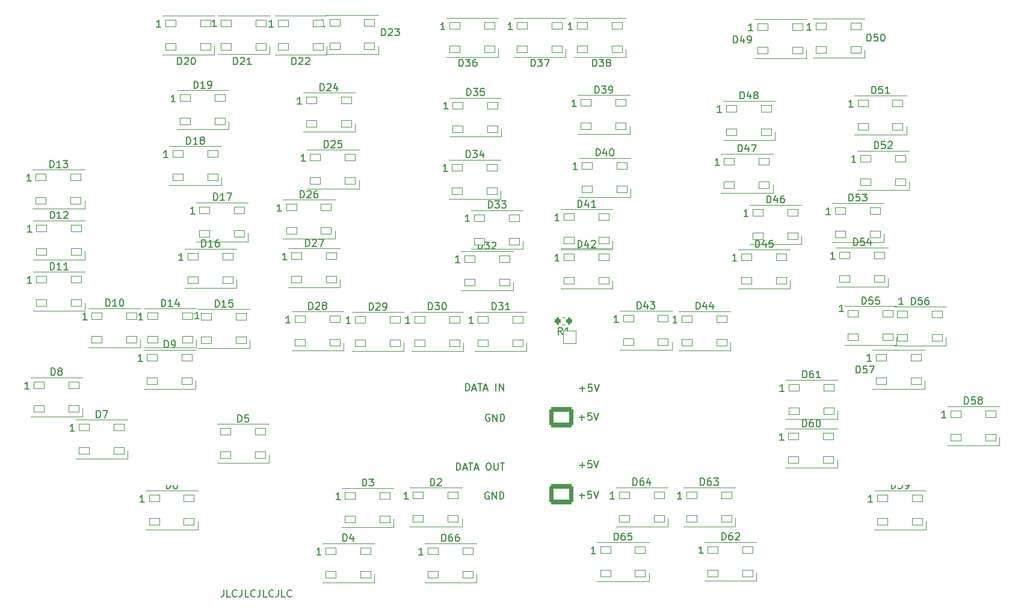
<source format=gbr>
%TF.GenerationSoftware,KiCad,Pcbnew,(6.0.9)*%
%TF.CreationDate,2023-04-01T13:50:38-08:00*%
%TF.ProjectId,INTR LT PANEL,494e5452-204c-4542-9050-414e454c2e6b,3*%
%TF.SameCoordinates,Original*%
%TF.FileFunction,Legend,Top*%
%TF.FilePolarity,Positive*%
%FSLAX46Y46*%
G04 Gerber Fmt 4.6, Leading zero omitted, Abs format (unit mm)*
G04 Created by KiCad (PCBNEW (6.0.9)) date 2023-04-01 13:50:38*
%MOMM*%
%LPD*%
G01*
G04 APERTURE LIST*
G04 Aperture macros list*
%AMRoundRect*
0 Rectangle with rounded corners*
0 $1 Rounding radius*
0 $2 $3 $4 $5 $6 $7 $8 $9 X,Y pos of 4 corners*
0 Add a 4 corners polygon primitive as box body*
4,1,4,$2,$3,$4,$5,$6,$7,$8,$9,$2,$3,0*
0 Add four circle primitives for the rounded corners*
1,1,$1+$1,$2,$3*
1,1,$1+$1,$4,$5*
1,1,$1+$1,$6,$7*
1,1,$1+$1,$8,$9*
0 Add four rect primitives between the rounded corners*
20,1,$1+$1,$2,$3,$4,$5,0*
20,1,$1+$1,$4,$5,$6,$7,0*
20,1,$1+$1,$6,$7,$8,$9,0*
20,1,$1+$1,$8,$9,$2,$3,0*%
G04 Aperture macros list end*
%ADD10C,0.150000*%
%ADD11C,0.120000*%
%ADD12C,12.800000*%
%ADD13C,7.640752*%
%ADD14C,2.481250*%
%ADD15C,4.400000*%
%ADD16RoundRect,0.050000X-0.750000X-0.450000X0.750000X-0.450000X0.750000X0.450000X-0.750000X0.450000X0*%
%ADD17RoundRect,0.250000X0.200000X0.275000X-0.200000X0.275000X-0.200000X-0.275000X0.200000X-0.275000X0*%
%ADD18RoundRect,0.050000X-0.900000X0.900000X-0.900000X-0.900000X0.900000X-0.900000X0.900000X0.900000X0*%
%ADD19C,1.900000*%
%ADD20RoundRect,0.300001X1.399999X-1.099999X1.399999X1.099999X-1.399999X1.099999X-1.399999X-1.099999X0*%
%ADD21O,3.400000X2.800000*%
G04 APERTURE END LIST*
D10*
X117764285Y-115771428D02*
X118526190Y-115771428D01*
X118145238Y-116152380D02*
X118145238Y-115390476D01*
X119478571Y-115152380D02*
X119002380Y-115152380D01*
X118954761Y-115628571D01*
X119002380Y-115580952D01*
X119097619Y-115533333D01*
X119335714Y-115533333D01*
X119430952Y-115580952D01*
X119478571Y-115628571D01*
X119526190Y-115723809D01*
X119526190Y-115961904D01*
X119478571Y-116057142D01*
X119430952Y-116104761D01*
X119335714Y-116152380D01*
X119097619Y-116152380D01*
X119002380Y-116104761D01*
X118954761Y-116057142D01*
X119811904Y-115152380D02*
X120145238Y-116152380D01*
X120478571Y-115152380D01*
X105063095Y-115300000D02*
X104967857Y-115252380D01*
X104825000Y-115252380D01*
X104682142Y-115300000D01*
X104586904Y-115395238D01*
X104539285Y-115490476D01*
X104491666Y-115680952D01*
X104491666Y-115823809D01*
X104539285Y-116014285D01*
X104586904Y-116109523D01*
X104682142Y-116204761D01*
X104825000Y-116252380D01*
X104920238Y-116252380D01*
X105063095Y-116204761D01*
X105110714Y-116157142D01*
X105110714Y-115823809D01*
X104920238Y-115823809D01*
X105539285Y-116252380D02*
X105539285Y-115252380D01*
X106110714Y-116252380D01*
X106110714Y-115252380D01*
X106586904Y-116252380D02*
X106586904Y-115252380D01*
X106825000Y-115252380D01*
X106967857Y-115300000D01*
X107063095Y-115395238D01*
X107110714Y-115490476D01*
X107158333Y-115680952D01*
X107158333Y-115823809D01*
X107110714Y-116014285D01*
X107063095Y-116109523D01*
X106967857Y-116204761D01*
X106825000Y-116252380D01*
X106586904Y-116252380D01*
X100490476Y-112177380D02*
X100490476Y-111177380D01*
X100728571Y-111177380D01*
X100871428Y-111225000D01*
X100966666Y-111320238D01*
X101014285Y-111415476D01*
X101061904Y-111605952D01*
X101061904Y-111748809D01*
X101014285Y-111939285D01*
X100966666Y-112034523D01*
X100871428Y-112129761D01*
X100728571Y-112177380D01*
X100490476Y-112177380D01*
X101442857Y-111891666D02*
X101919047Y-111891666D01*
X101347619Y-112177380D02*
X101680952Y-111177380D01*
X102014285Y-112177380D01*
X102204761Y-111177380D02*
X102776190Y-111177380D01*
X102490476Y-112177380D02*
X102490476Y-111177380D01*
X103061904Y-111891666D02*
X103538095Y-111891666D01*
X102966666Y-112177380D02*
X103300000Y-111177380D01*
X103633333Y-112177380D01*
X104919047Y-111177380D02*
X105109523Y-111177380D01*
X105204761Y-111225000D01*
X105300000Y-111320238D01*
X105347619Y-111510714D01*
X105347619Y-111844047D01*
X105300000Y-112034523D01*
X105204761Y-112129761D01*
X105109523Y-112177380D01*
X104919047Y-112177380D01*
X104823809Y-112129761D01*
X104728571Y-112034523D01*
X104680952Y-111844047D01*
X104680952Y-111510714D01*
X104728571Y-111320238D01*
X104823809Y-111225000D01*
X104919047Y-111177380D01*
X105776190Y-111177380D02*
X105776190Y-111986904D01*
X105823809Y-112082142D01*
X105871428Y-112129761D01*
X105966666Y-112177380D01*
X106157142Y-112177380D01*
X106252380Y-112129761D01*
X106300000Y-112082142D01*
X106347619Y-111986904D01*
X106347619Y-111177380D01*
X106680952Y-111177380D02*
X107252380Y-111177380D01*
X106966666Y-112177380D02*
X106966666Y-111177380D01*
X117839285Y-100696428D02*
X118601190Y-100696428D01*
X118220238Y-101077380D02*
X118220238Y-100315476D01*
X119553571Y-100077380D02*
X119077380Y-100077380D01*
X119029761Y-100553571D01*
X119077380Y-100505952D01*
X119172619Y-100458333D01*
X119410714Y-100458333D01*
X119505952Y-100505952D01*
X119553571Y-100553571D01*
X119601190Y-100648809D01*
X119601190Y-100886904D01*
X119553571Y-100982142D01*
X119505952Y-101029761D01*
X119410714Y-101077380D01*
X119172619Y-101077380D01*
X119077380Y-101029761D01*
X119029761Y-100982142D01*
X119886904Y-100077380D02*
X120220238Y-101077380D01*
X120553571Y-100077380D01*
X105163095Y-104325000D02*
X105067857Y-104277380D01*
X104925000Y-104277380D01*
X104782142Y-104325000D01*
X104686904Y-104420238D01*
X104639285Y-104515476D01*
X104591666Y-104705952D01*
X104591666Y-104848809D01*
X104639285Y-105039285D01*
X104686904Y-105134523D01*
X104782142Y-105229761D01*
X104925000Y-105277380D01*
X105020238Y-105277380D01*
X105163095Y-105229761D01*
X105210714Y-105182142D01*
X105210714Y-104848809D01*
X105020238Y-104848809D01*
X105639285Y-105277380D02*
X105639285Y-104277380D01*
X106210714Y-105277380D01*
X106210714Y-104277380D01*
X106686904Y-105277380D02*
X106686904Y-104277380D01*
X106925000Y-104277380D01*
X107067857Y-104325000D01*
X107163095Y-104420238D01*
X107210714Y-104515476D01*
X107258333Y-104705952D01*
X107258333Y-104848809D01*
X107210714Y-105039285D01*
X107163095Y-105134523D01*
X107067857Y-105229761D01*
X106925000Y-105277380D01*
X106686904Y-105277380D01*
X117814285Y-111471428D02*
X118576190Y-111471428D01*
X118195238Y-111852380D02*
X118195238Y-111090476D01*
X119528571Y-110852380D02*
X119052380Y-110852380D01*
X119004761Y-111328571D01*
X119052380Y-111280952D01*
X119147619Y-111233333D01*
X119385714Y-111233333D01*
X119480952Y-111280952D01*
X119528571Y-111328571D01*
X119576190Y-111423809D01*
X119576190Y-111661904D01*
X119528571Y-111757142D01*
X119480952Y-111804761D01*
X119385714Y-111852380D01*
X119147619Y-111852380D01*
X119052380Y-111804761D01*
X119004761Y-111757142D01*
X119861904Y-110852380D02*
X120195238Y-111852380D01*
X120528571Y-110852380D01*
X101807142Y-101002380D02*
X101807142Y-100002380D01*
X102045238Y-100002380D01*
X102188095Y-100050000D01*
X102283333Y-100145238D01*
X102330952Y-100240476D01*
X102378571Y-100430952D01*
X102378571Y-100573809D01*
X102330952Y-100764285D01*
X102283333Y-100859523D01*
X102188095Y-100954761D01*
X102045238Y-101002380D01*
X101807142Y-101002380D01*
X102759523Y-100716666D02*
X103235714Y-100716666D01*
X102664285Y-101002380D02*
X102997619Y-100002380D01*
X103330952Y-101002380D01*
X103521428Y-100002380D02*
X104092857Y-100002380D01*
X103807142Y-101002380D02*
X103807142Y-100002380D01*
X104378571Y-100716666D02*
X104854761Y-100716666D01*
X104283333Y-101002380D02*
X104616666Y-100002380D01*
X104950000Y-101002380D01*
X106045238Y-101002380D02*
X106045238Y-100002380D01*
X106521428Y-101002380D02*
X106521428Y-100002380D01*
X107092857Y-101002380D01*
X107092857Y-100002380D01*
X117789285Y-104746428D02*
X118551190Y-104746428D01*
X118170238Y-105127380D02*
X118170238Y-104365476D01*
X119503571Y-104127380D02*
X119027380Y-104127380D01*
X118979761Y-104603571D01*
X119027380Y-104555952D01*
X119122619Y-104508333D01*
X119360714Y-104508333D01*
X119455952Y-104555952D01*
X119503571Y-104603571D01*
X119551190Y-104698809D01*
X119551190Y-104936904D01*
X119503571Y-105032142D01*
X119455952Y-105079761D01*
X119360714Y-105127380D01*
X119122619Y-105127380D01*
X119027380Y-105079761D01*
X118979761Y-105032142D01*
X119836904Y-104127380D02*
X120170238Y-105127380D01*
X120503571Y-104127380D01*
X67730952Y-129027380D02*
X67730952Y-129741666D01*
X67683333Y-129884523D01*
X67588095Y-129979761D01*
X67445238Y-130027380D01*
X67350000Y-130027380D01*
X68683333Y-130027380D02*
X68207142Y-130027380D01*
X68207142Y-129027380D01*
X69588095Y-129932142D02*
X69540476Y-129979761D01*
X69397619Y-130027380D01*
X69302380Y-130027380D01*
X69159523Y-129979761D01*
X69064285Y-129884523D01*
X69016666Y-129789285D01*
X68969047Y-129598809D01*
X68969047Y-129455952D01*
X69016666Y-129265476D01*
X69064285Y-129170238D01*
X69159523Y-129075000D01*
X69302380Y-129027380D01*
X69397619Y-129027380D01*
X69540476Y-129075000D01*
X69588095Y-129122619D01*
X70302380Y-129027380D02*
X70302380Y-129741666D01*
X70254761Y-129884523D01*
X70159523Y-129979761D01*
X70016666Y-130027380D01*
X69921428Y-130027380D01*
X71254761Y-130027380D02*
X70778571Y-130027380D01*
X70778571Y-129027380D01*
X72159523Y-129932142D02*
X72111904Y-129979761D01*
X71969047Y-130027380D01*
X71873809Y-130027380D01*
X71730952Y-129979761D01*
X71635714Y-129884523D01*
X71588095Y-129789285D01*
X71540476Y-129598809D01*
X71540476Y-129455952D01*
X71588095Y-129265476D01*
X71635714Y-129170238D01*
X71730952Y-129075000D01*
X71873809Y-129027380D01*
X71969047Y-129027380D01*
X72111904Y-129075000D01*
X72159523Y-129122619D01*
X72873809Y-129027380D02*
X72873809Y-129741666D01*
X72826190Y-129884523D01*
X72730952Y-129979761D01*
X72588095Y-130027380D01*
X72492857Y-130027380D01*
X73826190Y-130027380D02*
X73350000Y-130027380D01*
X73350000Y-129027380D01*
X74730952Y-129932142D02*
X74683333Y-129979761D01*
X74540476Y-130027380D01*
X74445238Y-130027380D01*
X74302380Y-129979761D01*
X74207142Y-129884523D01*
X74159523Y-129789285D01*
X74111904Y-129598809D01*
X74111904Y-129455952D01*
X74159523Y-129265476D01*
X74207142Y-129170238D01*
X74302380Y-129075000D01*
X74445238Y-129027380D01*
X74540476Y-129027380D01*
X74683333Y-129075000D01*
X74730952Y-129122619D01*
X75445238Y-129027380D02*
X75445238Y-129741666D01*
X75397619Y-129884523D01*
X75302380Y-129979761D01*
X75159523Y-130027380D01*
X75064285Y-130027380D01*
X76397619Y-130027380D02*
X75921428Y-130027380D01*
X75921428Y-129027380D01*
X77302380Y-129932142D02*
X77254761Y-129979761D01*
X77111904Y-130027380D01*
X77016666Y-130027380D01*
X76873809Y-129979761D01*
X76778571Y-129884523D01*
X76730952Y-129789285D01*
X76683333Y-129598809D01*
X76683333Y-129455952D01*
X76730952Y-129265476D01*
X76778571Y-129170238D01*
X76873809Y-129075000D01*
X77016666Y-129027380D01*
X77111904Y-129027380D01*
X77254761Y-129075000D01*
X77302380Y-129122619D01*
%TO.C,D50*%
X158297714Y-51760380D02*
X158297714Y-50760380D01*
X158535809Y-50760380D01*
X158678666Y-50808000D01*
X158773904Y-50903238D01*
X158821523Y-50998476D01*
X158869142Y-51188952D01*
X158869142Y-51331809D01*
X158821523Y-51522285D01*
X158773904Y-51617523D01*
X158678666Y-51712761D01*
X158535809Y-51760380D01*
X158297714Y-51760380D01*
X159773904Y-50760380D02*
X159297714Y-50760380D01*
X159250095Y-51236571D01*
X159297714Y-51188952D01*
X159392952Y-51141333D01*
X159631047Y-51141333D01*
X159726285Y-51188952D01*
X159773904Y-51236571D01*
X159821523Y-51331809D01*
X159821523Y-51569904D01*
X159773904Y-51665142D01*
X159726285Y-51712761D01*
X159631047Y-51760380D01*
X159392952Y-51760380D01*
X159297714Y-51712761D01*
X159250095Y-51665142D01*
X160440571Y-50760380D02*
X160535809Y-50760380D01*
X160631047Y-50808000D01*
X160678666Y-50855619D01*
X160726285Y-50950857D01*
X160773904Y-51141333D01*
X160773904Y-51379428D01*
X160726285Y-51569904D01*
X160678666Y-51665142D01*
X160631047Y-51712761D01*
X160535809Y-51760380D01*
X160440571Y-51760380D01*
X160345333Y-51712761D01*
X160297714Y-51665142D01*
X160250095Y-51569904D01*
X160202476Y-51379428D01*
X160202476Y-51141333D01*
X160250095Y-50950857D01*
X160297714Y-50855619D01*
X160345333Y-50808000D01*
X160440571Y-50760380D01*
X150415714Y-50211180D02*
X149844285Y-50211180D01*
X150130000Y-50211180D02*
X150130000Y-49211180D01*
X150034761Y-49354038D01*
X149939523Y-49449276D01*
X149844285Y-49496895D01*
%TO.C,D49*%
X139501714Y-52014380D02*
X139501714Y-51014380D01*
X139739809Y-51014380D01*
X139882666Y-51062000D01*
X139977904Y-51157238D01*
X140025523Y-51252476D01*
X140073142Y-51442952D01*
X140073142Y-51585809D01*
X140025523Y-51776285D01*
X139977904Y-51871523D01*
X139882666Y-51966761D01*
X139739809Y-52014380D01*
X139501714Y-52014380D01*
X140930285Y-51347714D02*
X140930285Y-52014380D01*
X140692190Y-50966761D02*
X140454095Y-51681047D01*
X141073142Y-51681047D01*
X141501714Y-52014380D02*
X141692190Y-52014380D01*
X141787428Y-51966761D01*
X141835047Y-51919142D01*
X141930285Y-51776285D01*
X141977904Y-51585809D01*
X141977904Y-51204857D01*
X141930285Y-51109619D01*
X141882666Y-51062000D01*
X141787428Y-51014380D01*
X141596952Y-51014380D01*
X141501714Y-51062000D01*
X141454095Y-51109619D01*
X141406476Y-51204857D01*
X141406476Y-51442952D01*
X141454095Y-51538190D01*
X141501714Y-51585809D01*
X141596952Y-51633428D01*
X141787428Y-51633428D01*
X141882666Y-51585809D01*
X141930285Y-51538190D01*
X141977904Y-51442952D01*
X142185714Y-50261980D02*
X141614285Y-50261980D01*
X141900000Y-50261980D02*
X141900000Y-49261980D01*
X141804761Y-49404838D01*
X141709523Y-49500076D01*
X141614285Y-49547695D01*
%TO.C,D38*%
X119689714Y-55316380D02*
X119689714Y-54316380D01*
X119927809Y-54316380D01*
X120070666Y-54364000D01*
X120165904Y-54459238D01*
X120213523Y-54554476D01*
X120261142Y-54744952D01*
X120261142Y-54887809D01*
X120213523Y-55078285D01*
X120165904Y-55173523D01*
X120070666Y-55268761D01*
X119927809Y-55316380D01*
X119689714Y-55316380D01*
X120594476Y-54316380D02*
X121213523Y-54316380D01*
X120880190Y-54697333D01*
X121023047Y-54697333D01*
X121118285Y-54744952D01*
X121165904Y-54792571D01*
X121213523Y-54887809D01*
X121213523Y-55125904D01*
X121165904Y-55221142D01*
X121118285Y-55268761D01*
X121023047Y-55316380D01*
X120737333Y-55316380D01*
X120642095Y-55268761D01*
X120594476Y-55221142D01*
X121784952Y-54744952D02*
X121689714Y-54697333D01*
X121642095Y-54649714D01*
X121594476Y-54554476D01*
X121594476Y-54506857D01*
X121642095Y-54411619D01*
X121689714Y-54364000D01*
X121784952Y-54316380D01*
X121975428Y-54316380D01*
X122070666Y-54364000D01*
X122118285Y-54411619D01*
X122165904Y-54506857D01*
X122165904Y-54554476D01*
X122118285Y-54649714D01*
X122070666Y-54697333D01*
X121975428Y-54744952D01*
X121784952Y-54744952D01*
X121689714Y-54792571D01*
X121642095Y-54840190D01*
X121594476Y-54935428D01*
X121594476Y-55125904D01*
X121642095Y-55221142D01*
X121689714Y-55268761D01*
X121784952Y-55316380D01*
X121975428Y-55316380D01*
X122070666Y-55268761D01*
X122118285Y-55221142D01*
X122165904Y-55125904D01*
X122165904Y-54935428D01*
X122118285Y-54840190D01*
X122070666Y-54792571D01*
X121975428Y-54744952D01*
X116822714Y-50135180D02*
X116251285Y-50135180D01*
X116537000Y-50135180D02*
X116537000Y-49135180D01*
X116441761Y-49278038D01*
X116346523Y-49373276D01*
X116251285Y-49420895D01*
%TO.C,D37*%
X111016714Y-55316380D02*
X111016714Y-54316380D01*
X111254809Y-54316380D01*
X111397666Y-54364000D01*
X111492904Y-54459238D01*
X111540523Y-54554476D01*
X111588142Y-54744952D01*
X111588142Y-54887809D01*
X111540523Y-55078285D01*
X111492904Y-55173523D01*
X111397666Y-55268761D01*
X111254809Y-55316380D01*
X111016714Y-55316380D01*
X111921476Y-54316380D02*
X112540523Y-54316380D01*
X112207190Y-54697333D01*
X112350047Y-54697333D01*
X112445285Y-54744952D01*
X112492904Y-54792571D01*
X112540523Y-54887809D01*
X112540523Y-55125904D01*
X112492904Y-55221142D01*
X112445285Y-55268761D01*
X112350047Y-55316380D01*
X112064333Y-55316380D01*
X111969095Y-55268761D01*
X111921476Y-55221142D01*
X112873857Y-54316380D02*
X113540523Y-54316380D01*
X113111952Y-55316380D01*
X108366714Y-50109380D02*
X107795285Y-50109380D01*
X108081000Y-50109380D02*
X108081000Y-49109380D01*
X107985761Y-49252238D01*
X107890523Y-49347476D01*
X107795285Y-49395095D01*
%TO.C,D36*%
X100893714Y-55316380D02*
X100893714Y-54316380D01*
X101131809Y-54316380D01*
X101274666Y-54364000D01*
X101369904Y-54459238D01*
X101417523Y-54554476D01*
X101465142Y-54744952D01*
X101465142Y-54887809D01*
X101417523Y-55078285D01*
X101369904Y-55173523D01*
X101274666Y-55268761D01*
X101131809Y-55316380D01*
X100893714Y-55316380D01*
X101798476Y-54316380D02*
X102417523Y-54316380D01*
X102084190Y-54697333D01*
X102227047Y-54697333D01*
X102322285Y-54744952D01*
X102369904Y-54792571D01*
X102417523Y-54887809D01*
X102417523Y-55125904D01*
X102369904Y-55221142D01*
X102322285Y-55268761D01*
X102227047Y-55316380D01*
X101941333Y-55316380D01*
X101846095Y-55268761D01*
X101798476Y-55221142D01*
X103274666Y-54316380D02*
X103084190Y-54316380D01*
X102988952Y-54364000D01*
X102941333Y-54411619D01*
X102846095Y-54554476D01*
X102798476Y-54744952D01*
X102798476Y-55125904D01*
X102846095Y-55221142D01*
X102893714Y-55268761D01*
X102988952Y-55316380D01*
X103179428Y-55316380D01*
X103274666Y-55268761D01*
X103322285Y-55221142D01*
X103369904Y-55125904D01*
X103369904Y-54887809D01*
X103322285Y-54792571D01*
X103274666Y-54744952D01*
X103179428Y-54697333D01*
X102988952Y-54697333D01*
X102893714Y-54744952D01*
X102846095Y-54792571D01*
X102798476Y-54887809D01*
X98864714Y-50109380D02*
X98293285Y-50109380D01*
X98579000Y-50109380D02*
X98579000Y-49109380D01*
X98483761Y-49252238D01*
X98388523Y-49347476D01*
X98293285Y-49395095D01*
%TO.C,D23*%
X89971714Y-50998380D02*
X89971714Y-49998380D01*
X90209809Y-49998380D01*
X90352666Y-50046000D01*
X90447904Y-50141238D01*
X90495523Y-50236476D01*
X90543142Y-50426952D01*
X90543142Y-50569809D01*
X90495523Y-50760285D01*
X90447904Y-50855523D01*
X90352666Y-50950761D01*
X90209809Y-50998380D01*
X89971714Y-50998380D01*
X90924095Y-50093619D02*
X90971714Y-50046000D01*
X91066952Y-49998380D01*
X91305047Y-49998380D01*
X91400285Y-50046000D01*
X91447904Y-50093619D01*
X91495523Y-50188857D01*
X91495523Y-50284095D01*
X91447904Y-50426952D01*
X90876476Y-50998380D01*
X91495523Y-50998380D01*
X91828857Y-49998380D02*
X92447904Y-49998380D01*
X92114571Y-50379333D01*
X92257428Y-50379333D01*
X92352666Y-50426952D01*
X92400285Y-50474571D01*
X92447904Y-50569809D01*
X92447904Y-50807904D01*
X92400285Y-50903142D01*
X92352666Y-50950761D01*
X92257428Y-50998380D01*
X91971714Y-50998380D01*
X91876476Y-50950761D01*
X91828857Y-50903142D01*
X81976114Y-49702980D02*
X81404685Y-49702980D01*
X81690400Y-49702980D02*
X81690400Y-48702980D01*
X81595161Y-48845838D01*
X81499923Y-48941076D01*
X81404685Y-48988695D01*
%TO.C,D22*%
X77361714Y-55062380D02*
X77361714Y-54062380D01*
X77599809Y-54062380D01*
X77742666Y-54110000D01*
X77837904Y-54205238D01*
X77885523Y-54300476D01*
X77933142Y-54490952D01*
X77933142Y-54633809D01*
X77885523Y-54824285D01*
X77837904Y-54919523D01*
X77742666Y-55014761D01*
X77599809Y-55062380D01*
X77361714Y-55062380D01*
X78314095Y-54157619D02*
X78361714Y-54110000D01*
X78456952Y-54062380D01*
X78695047Y-54062380D01*
X78790285Y-54110000D01*
X78837904Y-54157619D01*
X78885523Y-54252857D01*
X78885523Y-54348095D01*
X78837904Y-54490952D01*
X78266476Y-55062380D01*
X78885523Y-55062380D01*
X79266476Y-54157619D02*
X79314095Y-54110000D01*
X79409333Y-54062380D01*
X79647428Y-54062380D01*
X79742666Y-54110000D01*
X79790285Y-54157619D01*
X79837904Y-54252857D01*
X79837904Y-54348095D01*
X79790285Y-54490952D01*
X79218857Y-55062380D01*
X79837904Y-55062380D01*
X74711714Y-49754180D02*
X74140285Y-49754180D01*
X74426000Y-49754180D02*
X74426000Y-48754180D01*
X74330761Y-48897038D01*
X74235523Y-48992276D01*
X74140285Y-49039895D01*
%TO.C,D21*%
X69143714Y-55062380D02*
X69143714Y-54062380D01*
X69381809Y-54062380D01*
X69524666Y-54110000D01*
X69619904Y-54205238D01*
X69667523Y-54300476D01*
X69715142Y-54490952D01*
X69715142Y-54633809D01*
X69667523Y-54824285D01*
X69619904Y-54919523D01*
X69524666Y-55014761D01*
X69381809Y-55062380D01*
X69143714Y-55062380D01*
X70096095Y-54157619D02*
X70143714Y-54110000D01*
X70238952Y-54062380D01*
X70477047Y-54062380D01*
X70572285Y-54110000D01*
X70619904Y-54157619D01*
X70667523Y-54252857D01*
X70667523Y-54348095D01*
X70619904Y-54490952D01*
X70048476Y-55062380D01*
X70667523Y-55062380D01*
X71619904Y-55062380D02*
X71048476Y-55062380D01*
X71334190Y-55062380D02*
X71334190Y-54062380D01*
X71238952Y-54205238D01*
X71143714Y-54300476D01*
X71048476Y-54348095D01*
X66708514Y-49728380D02*
X66137085Y-49728380D01*
X66422800Y-49728380D02*
X66422800Y-48728380D01*
X66327561Y-48871238D01*
X66232323Y-48966476D01*
X66137085Y-49014095D01*
%TO.C,D20*%
X61269714Y-55062380D02*
X61269714Y-54062380D01*
X61507809Y-54062380D01*
X61650666Y-54110000D01*
X61745904Y-54205238D01*
X61793523Y-54300476D01*
X61841142Y-54490952D01*
X61841142Y-54633809D01*
X61793523Y-54824285D01*
X61745904Y-54919523D01*
X61650666Y-55014761D01*
X61507809Y-55062380D01*
X61269714Y-55062380D01*
X62222095Y-54157619D02*
X62269714Y-54110000D01*
X62364952Y-54062380D01*
X62603047Y-54062380D01*
X62698285Y-54110000D01*
X62745904Y-54157619D01*
X62793523Y-54252857D01*
X62793523Y-54348095D01*
X62745904Y-54490952D01*
X62174476Y-55062380D01*
X62793523Y-55062380D01*
X63412571Y-54062380D02*
X63507809Y-54062380D01*
X63603047Y-54110000D01*
X63650666Y-54157619D01*
X63698285Y-54252857D01*
X63745904Y-54443333D01*
X63745904Y-54681428D01*
X63698285Y-54871904D01*
X63650666Y-54967142D01*
X63603047Y-55014761D01*
X63507809Y-55062380D01*
X63412571Y-55062380D01*
X63317333Y-55014761D01*
X63269714Y-54967142D01*
X63222095Y-54871904D01*
X63174476Y-54681428D01*
X63174476Y-54443333D01*
X63222095Y-54252857D01*
X63269714Y-54157619D01*
X63317333Y-54110000D01*
X63412571Y-54062380D01*
X58885314Y-49753780D02*
X58313885Y-49753780D01*
X58599600Y-49753780D02*
X58599600Y-48753780D01*
X58504361Y-48896638D01*
X58409123Y-48991876D01*
X58313885Y-49039495D01*
%TO.C,D13*%
X43300314Y-69570780D02*
X43300314Y-68570780D01*
X43538409Y-68570780D01*
X43681266Y-68618400D01*
X43776504Y-68713638D01*
X43824123Y-68808876D01*
X43871742Y-68999352D01*
X43871742Y-69142209D01*
X43824123Y-69332685D01*
X43776504Y-69427923D01*
X43681266Y-69523161D01*
X43538409Y-69570780D01*
X43300314Y-69570780D01*
X44824123Y-69570780D02*
X44252695Y-69570780D01*
X44538409Y-69570780D02*
X44538409Y-68570780D01*
X44443171Y-68713638D01*
X44347933Y-68808876D01*
X44252695Y-68856495D01*
X45157457Y-68570780D02*
X45776504Y-68570780D01*
X45443171Y-68951733D01*
X45586028Y-68951733D01*
X45681266Y-68999352D01*
X45728885Y-69046971D01*
X45776504Y-69142209D01*
X45776504Y-69380304D01*
X45728885Y-69475542D01*
X45681266Y-69523161D01*
X45586028Y-69570780D01*
X45300314Y-69570780D01*
X45205076Y-69523161D01*
X45157457Y-69475542D01*
X40650314Y-71470780D02*
X40078885Y-71470780D01*
X40364600Y-71470780D02*
X40364600Y-70470780D01*
X40269361Y-70613638D01*
X40174123Y-70708876D01*
X40078885Y-70756495D01*
%TO.C,D12*%
X43362714Y-76733780D02*
X43362714Y-75733780D01*
X43600809Y-75733780D01*
X43743666Y-75781400D01*
X43838904Y-75876638D01*
X43886523Y-75971876D01*
X43934142Y-76162352D01*
X43934142Y-76305209D01*
X43886523Y-76495685D01*
X43838904Y-76590923D01*
X43743666Y-76686161D01*
X43600809Y-76733780D01*
X43362714Y-76733780D01*
X44886523Y-76733780D02*
X44315095Y-76733780D01*
X44600809Y-76733780D02*
X44600809Y-75733780D01*
X44505571Y-75876638D01*
X44410333Y-75971876D01*
X44315095Y-76019495D01*
X45267476Y-75829019D02*
X45315095Y-75781400D01*
X45410333Y-75733780D01*
X45648428Y-75733780D01*
X45743666Y-75781400D01*
X45791285Y-75829019D01*
X45838904Y-75924257D01*
X45838904Y-76019495D01*
X45791285Y-76162352D01*
X45219857Y-76733780D01*
X45838904Y-76733780D01*
X40712714Y-78633780D02*
X40141285Y-78633780D01*
X40427000Y-78633780D02*
X40427000Y-77633780D01*
X40331761Y-77776638D01*
X40236523Y-77871876D01*
X40141285Y-77919495D01*
%TO.C,D11*%
X43351114Y-83947180D02*
X43351114Y-82947180D01*
X43589209Y-82947180D01*
X43732066Y-82994800D01*
X43827304Y-83090038D01*
X43874923Y-83185276D01*
X43922542Y-83375752D01*
X43922542Y-83518609D01*
X43874923Y-83709085D01*
X43827304Y-83804323D01*
X43732066Y-83899561D01*
X43589209Y-83947180D01*
X43351114Y-83947180D01*
X44874923Y-83947180D02*
X44303495Y-83947180D01*
X44589209Y-83947180D02*
X44589209Y-82947180D01*
X44493971Y-83090038D01*
X44398733Y-83185276D01*
X44303495Y-83232895D01*
X45827304Y-83947180D02*
X45255876Y-83947180D01*
X45541590Y-83947180D02*
X45541590Y-82947180D01*
X45446352Y-83090038D01*
X45351114Y-83185276D01*
X45255876Y-83232895D01*
X40701114Y-85847180D02*
X40129685Y-85847180D01*
X40415400Y-85847180D02*
X40415400Y-84847180D01*
X40320161Y-84990038D01*
X40224923Y-85085276D01*
X40129685Y-85132895D01*
%TO.C,D8*%
X43471704Y-98806380D02*
X43471704Y-97806380D01*
X43709800Y-97806380D01*
X43852657Y-97854000D01*
X43947895Y-97949238D01*
X43995514Y-98044476D01*
X44043133Y-98234952D01*
X44043133Y-98377809D01*
X43995514Y-98568285D01*
X43947895Y-98663523D01*
X43852657Y-98758761D01*
X43709800Y-98806380D01*
X43471704Y-98806380D01*
X44614561Y-98234952D02*
X44519323Y-98187333D01*
X44471704Y-98139714D01*
X44424085Y-98044476D01*
X44424085Y-97996857D01*
X44471704Y-97901619D01*
X44519323Y-97854000D01*
X44614561Y-97806380D01*
X44805038Y-97806380D01*
X44900276Y-97854000D01*
X44947895Y-97901619D01*
X44995514Y-97996857D01*
X44995514Y-98044476D01*
X44947895Y-98139714D01*
X44900276Y-98187333D01*
X44805038Y-98234952D01*
X44614561Y-98234952D01*
X44519323Y-98282571D01*
X44471704Y-98330190D01*
X44424085Y-98425428D01*
X44424085Y-98615904D01*
X44471704Y-98711142D01*
X44519323Y-98758761D01*
X44614561Y-98806380D01*
X44805038Y-98806380D01*
X44900276Y-98758761D01*
X44947895Y-98711142D01*
X44995514Y-98615904D01*
X44995514Y-98425428D01*
X44947895Y-98330190D01*
X44900276Y-98282571D01*
X44805038Y-98234952D01*
X40345514Y-100706380D02*
X39774085Y-100706380D01*
X40059800Y-100706380D02*
X40059800Y-99706380D01*
X39964561Y-99849238D01*
X39869323Y-99944476D01*
X39774085Y-99992095D01*
%TO.C,D10*%
X51172114Y-89077980D02*
X51172114Y-88077980D01*
X51410209Y-88077980D01*
X51553066Y-88125600D01*
X51648304Y-88220838D01*
X51695923Y-88316076D01*
X51743542Y-88506552D01*
X51743542Y-88649409D01*
X51695923Y-88839885D01*
X51648304Y-88935123D01*
X51553066Y-89030361D01*
X51410209Y-89077980D01*
X51172114Y-89077980D01*
X52695923Y-89077980D02*
X52124495Y-89077980D01*
X52410209Y-89077980D02*
X52410209Y-88077980D01*
X52314971Y-88220838D01*
X52219733Y-88316076D01*
X52124495Y-88363695D01*
X53314971Y-88077980D02*
X53410209Y-88077980D01*
X53505447Y-88125600D01*
X53553066Y-88173219D01*
X53600685Y-88268457D01*
X53648304Y-88458933D01*
X53648304Y-88697028D01*
X53600685Y-88887504D01*
X53553066Y-88982742D01*
X53505447Y-89030361D01*
X53410209Y-89077980D01*
X53314971Y-89077980D01*
X53219733Y-89030361D01*
X53172114Y-88982742D01*
X53124495Y-88887504D01*
X53076876Y-88697028D01*
X53076876Y-88458933D01*
X53124495Y-88268457D01*
X53172114Y-88173219D01*
X53219733Y-88125600D01*
X53314971Y-88077980D01*
X48522114Y-90977980D02*
X47950685Y-90977980D01*
X48236400Y-90977980D02*
X48236400Y-89977980D01*
X48141161Y-90120838D01*
X48045923Y-90216076D01*
X47950685Y-90263695D01*
%TO.C,D14*%
X59020714Y-89128780D02*
X59020714Y-88128780D01*
X59258809Y-88128780D01*
X59401666Y-88176400D01*
X59496904Y-88271638D01*
X59544523Y-88366876D01*
X59592142Y-88557352D01*
X59592142Y-88700209D01*
X59544523Y-88890685D01*
X59496904Y-88985923D01*
X59401666Y-89081161D01*
X59258809Y-89128780D01*
X59020714Y-89128780D01*
X60544523Y-89128780D02*
X59973095Y-89128780D01*
X60258809Y-89128780D02*
X60258809Y-88128780D01*
X60163571Y-88271638D01*
X60068333Y-88366876D01*
X59973095Y-88414495D01*
X61401666Y-88462114D02*
X61401666Y-89128780D01*
X61163571Y-88081161D02*
X60925476Y-88795447D01*
X61544523Y-88795447D01*
X56370714Y-91028780D02*
X55799285Y-91028780D01*
X56085000Y-91028780D02*
X56085000Y-90028780D01*
X55989761Y-90171638D01*
X55894523Y-90266876D01*
X55799285Y-90314495D01*
%TO.C,D15*%
X66566714Y-89204980D02*
X66566714Y-88204980D01*
X66804809Y-88204980D01*
X66947666Y-88252600D01*
X67042904Y-88347838D01*
X67090523Y-88443076D01*
X67138142Y-88633552D01*
X67138142Y-88776409D01*
X67090523Y-88966885D01*
X67042904Y-89062123D01*
X66947666Y-89157361D01*
X66804809Y-89204980D01*
X66566714Y-89204980D01*
X68090523Y-89204980D02*
X67519095Y-89204980D01*
X67804809Y-89204980D02*
X67804809Y-88204980D01*
X67709571Y-88347838D01*
X67614333Y-88443076D01*
X67519095Y-88490695D01*
X68995285Y-88204980D02*
X68519095Y-88204980D01*
X68471476Y-88681171D01*
X68519095Y-88633552D01*
X68614333Y-88585933D01*
X68852428Y-88585933D01*
X68947666Y-88633552D01*
X68995285Y-88681171D01*
X69042904Y-88776409D01*
X69042904Y-89014504D01*
X68995285Y-89109742D01*
X68947666Y-89157361D01*
X68852428Y-89204980D01*
X68614333Y-89204980D01*
X68519095Y-89157361D01*
X68471476Y-89109742D01*
X64293714Y-90876380D02*
X63722285Y-90876380D01*
X64008000Y-90876380D02*
X64008000Y-89876380D01*
X63912761Y-90019238D01*
X63817523Y-90114476D01*
X63722285Y-90162095D01*
%TO.C,D16*%
X64659514Y-80721380D02*
X64659514Y-79721380D01*
X64897609Y-79721380D01*
X65040466Y-79769000D01*
X65135704Y-79864238D01*
X65183323Y-79959476D01*
X65230942Y-80149952D01*
X65230942Y-80292809D01*
X65183323Y-80483285D01*
X65135704Y-80578523D01*
X65040466Y-80673761D01*
X64897609Y-80721380D01*
X64659514Y-80721380D01*
X66183323Y-80721380D02*
X65611895Y-80721380D01*
X65897609Y-80721380D02*
X65897609Y-79721380D01*
X65802371Y-79864238D01*
X65707133Y-79959476D01*
X65611895Y-80007095D01*
X67040466Y-79721380D02*
X66849990Y-79721380D01*
X66754752Y-79769000D01*
X66707133Y-79816619D01*
X66611895Y-79959476D01*
X66564276Y-80149952D01*
X66564276Y-80530904D01*
X66611895Y-80626142D01*
X66659514Y-80673761D01*
X66754752Y-80721380D01*
X66945228Y-80721380D01*
X67040466Y-80673761D01*
X67088085Y-80626142D01*
X67135704Y-80530904D01*
X67135704Y-80292809D01*
X67088085Y-80197571D01*
X67040466Y-80149952D01*
X66945228Y-80102333D01*
X66754752Y-80102333D01*
X66659514Y-80149952D01*
X66611895Y-80197571D01*
X66564276Y-80292809D01*
X62009514Y-82621380D02*
X61438085Y-82621380D01*
X61723800Y-82621380D02*
X61723800Y-81621380D01*
X61628561Y-81764238D01*
X61533323Y-81859476D01*
X61438085Y-81907095D01*
%TO.C,D17*%
X66324314Y-74168380D02*
X66324314Y-73168380D01*
X66562409Y-73168380D01*
X66705266Y-73216000D01*
X66800504Y-73311238D01*
X66848123Y-73406476D01*
X66895742Y-73596952D01*
X66895742Y-73739809D01*
X66848123Y-73930285D01*
X66800504Y-74025523D01*
X66705266Y-74120761D01*
X66562409Y-74168380D01*
X66324314Y-74168380D01*
X67848123Y-74168380D02*
X67276695Y-74168380D01*
X67562409Y-74168380D02*
X67562409Y-73168380D01*
X67467171Y-73311238D01*
X67371933Y-73406476D01*
X67276695Y-73454095D01*
X68181457Y-73168380D02*
X68848123Y-73168380D01*
X68419552Y-74168380D01*
X63674314Y-76068380D02*
X63102885Y-76068380D01*
X63388600Y-76068380D02*
X63388600Y-75068380D01*
X63293361Y-75211238D01*
X63198123Y-75306476D01*
X63102885Y-75354095D01*
%TO.C,D26*%
X78527914Y-73812580D02*
X78527914Y-72812580D01*
X78766009Y-72812580D01*
X78908866Y-72860200D01*
X79004104Y-72955438D01*
X79051723Y-73050676D01*
X79099342Y-73241152D01*
X79099342Y-73384009D01*
X79051723Y-73574485D01*
X79004104Y-73669723D01*
X78908866Y-73764961D01*
X78766009Y-73812580D01*
X78527914Y-73812580D01*
X79480295Y-72907819D02*
X79527914Y-72860200D01*
X79623152Y-72812580D01*
X79861247Y-72812580D01*
X79956485Y-72860200D01*
X80004104Y-72907819D01*
X80051723Y-73003057D01*
X80051723Y-73098295D01*
X80004104Y-73241152D01*
X79432676Y-73812580D01*
X80051723Y-73812580D01*
X80908866Y-72812580D02*
X80718390Y-72812580D01*
X80623152Y-72860200D01*
X80575533Y-72907819D01*
X80480295Y-73050676D01*
X80432676Y-73241152D01*
X80432676Y-73622104D01*
X80480295Y-73717342D01*
X80527914Y-73764961D01*
X80623152Y-73812580D01*
X80813628Y-73812580D01*
X80908866Y-73764961D01*
X80956485Y-73717342D01*
X81004104Y-73622104D01*
X81004104Y-73384009D01*
X80956485Y-73288771D01*
X80908866Y-73241152D01*
X80813628Y-73193533D01*
X80623152Y-73193533D01*
X80527914Y-73241152D01*
X80480295Y-73288771D01*
X80432676Y-73384009D01*
X75877914Y-75712580D02*
X75306485Y-75712580D01*
X75592200Y-75712580D02*
X75592200Y-74712580D01*
X75496961Y-74855438D01*
X75401723Y-74950676D01*
X75306485Y-74998295D01*
%TO.C,D27*%
X79278314Y-80670780D02*
X79278314Y-79670780D01*
X79516409Y-79670780D01*
X79659266Y-79718400D01*
X79754504Y-79813638D01*
X79802123Y-79908876D01*
X79849742Y-80099352D01*
X79849742Y-80242209D01*
X79802123Y-80432685D01*
X79754504Y-80527923D01*
X79659266Y-80623161D01*
X79516409Y-80670780D01*
X79278314Y-80670780D01*
X80230695Y-79766019D02*
X80278314Y-79718400D01*
X80373552Y-79670780D01*
X80611647Y-79670780D01*
X80706885Y-79718400D01*
X80754504Y-79766019D01*
X80802123Y-79861257D01*
X80802123Y-79956495D01*
X80754504Y-80099352D01*
X80183076Y-80670780D01*
X80802123Y-80670780D01*
X81135457Y-79670780D02*
X81802123Y-79670780D01*
X81373552Y-80670780D01*
X76628314Y-82570780D02*
X76056885Y-82570780D01*
X76342600Y-82570780D02*
X76342600Y-81570780D01*
X76247361Y-81713638D01*
X76152123Y-81808876D01*
X76056885Y-81856495D01*
%TO.C,D28*%
X79735514Y-89535380D02*
X79735514Y-88535380D01*
X79973609Y-88535380D01*
X80116466Y-88583000D01*
X80211704Y-88678238D01*
X80259323Y-88773476D01*
X80306942Y-88963952D01*
X80306942Y-89106809D01*
X80259323Y-89297285D01*
X80211704Y-89392523D01*
X80116466Y-89487761D01*
X79973609Y-89535380D01*
X79735514Y-89535380D01*
X80687895Y-88630619D02*
X80735514Y-88583000D01*
X80830752Y-88535380D01*
X81068847Y-88535380D01*
X81164085Y-88583000D01*
X81211704Y-88630619D01*
X81259323Y-88725857D01*
X81259323Y-88821095D01*
X81211704Y-88963952D01*
X80640276Y-89535380D01*
X81259323Y-89535380D01*
X81830752Y-88963952D02*
X81735514Y-88916333D01*
X81687895Y-88868714D01*
X81640276Y-88773476D01*
X81640276Y-88725857D01*
X81687895Y-88630619D01*
X81735514Y-88583000D01*
X81830752Y-88535380D01*
X82021228Y-88535380D01*
X82116466Y-88583000D01*
X82164085Y-88630619D01*
X82211704Y-88725857D01*
X82211704Y-88773476D01*
X82164085Y-88868714D01*
X82116466Y-88916333D01*
X82021228Y-88963952D01*
X81830752Y-88963952D01*
X81735514Y-89011571D01*
X81687895Y-89059190D01*
X81640276Y-89154428D01*
X81640276Y-89344904D01*
X81687895Y-89440142D01*
X81735514Y-89487761D01*
X81830752Y-89535380D01*
X82021228Y-89535380D01*
X82116466Y-89487761D01*
X82164085Y-89440142D01*
X82211704Y-89344904D01*
X82211704Y-89154428D01*
X82164085Y-89059190D01*
X82116466Y-89011571D01*
X82021228Y-88963952D01*
X77085514Y-91435380D02*
X76514085Y-91435380D01*
X76799800Y-91435380D02*
X76799800Y-90435380D01*
X76704561Y-90578238D01*
X76609323Y-90673476D01*
X76514085Y-90721095D01*
%TO.C,D29*%
X88232914Y-89611380D02*
X88232914Y-88611380D01*
X88471009Y-88611380D01*
X88613866Y-88659000D01*
X88709104Y-88754238D01*
X88756723Y-88849476D01*
X88804342Y-89039952D01*
X88804342Y-89182809D01*
X88756723Y-89373285D01*
X88709104Y-89468523D01*
X88613866Y-89563761D01*
X88471009Y-89611380D01*
X88232914Y-89611380D01*
X89185295Y-88706619D02*
X89232914Y-88659000D01*
X89328152Y-88611380D01*
X89566247Y-88611380D01*
X89661485Y-88659000D01*
X89709104Y-88706619D01*
X89756723Y-88801857D01*
X89756723Y-88897095D01*
X89709104Y-89039952D01*
X89137676Y-89611380D01*
X89756723Y-89611380D01*
X90232914Y-89611380D02*
X90423390Y-89611380D01*
X90518628Y-89563761D01*
X90566247Y-89516142D01*
X90661485Y-89373285D01*
X90709104Y-89182809D01*
X90709104Y-88801857D01*
X90661485Y-88706619D01*
X90613866Y-88659000D01*
X90518628Y-88611380D01*
X90328152Y-88611380D01*
X90232914Y-88659000D01*
X90185295Y-88706619D01*
X90137676Y-88801857D01*
X90137676Y-89039952D01*
X90185295Y-89135190D01*
X90232914Y-89182809D01*
X90328152Y-89230428D01*
X90518628Y-89230428D01*
X90613866Y-89182809D01*
X90661485Y-89135190D01*
X90709104Y-89039952D01*
X85582914Y-91511380D02*
X85011485Y-91511380D01*
X85297200Y-91511380D02*
X85297200Y-90511380D01*
X85201961Y-90654238D01*
X85106723Y-90749476D01*
X85011485Y-90797095D01*
%TO.C,D30*%
X96575714Y-89586180D02*
X96575714Y-88586180D01*
X96813809Y-88586180D01*
X96956666Y-88633800D01*
X97051904Y-88729038D01*
X97099523Y-88824276D01*
X97147142Y-89014752D01*
X97147142Y-89157609D01*
X97099523Y-89348085D01*
X97051904Y-89443323D01*
X96956666Y-89538561D01*
X96813809Y-89586180D01*
X96575714Y-89586180D01*
X97480476Y-88586180D02*
X98099523Y-88586180D01*
X97766190Y-88967133D01*
X97909047Y-88967133D01*
X98004285Y-89014752D01*
X98051904Y-89062371D01*
X98099523Y-89157609D01*
X98099523Y-89395704D01*
X98051904Y-89490942D01*
X98004285Y-89538561D01*
X97909047Y-89586180D01*
X97623333Y-89586180D01*
X97528095Y-89538561D01*
X97480476Y-89490942D01*
X98718571Y-88586180D02*
X98813809Y-88586180D01*
X98909047Y-88633800D01*
X98956666Y-88681419D01*
X99004285Y-88776657D01*
X99051904Y-88967133D01*
X99051904Y-89205228D01*
X99004285Y-89395704D01*
X98956666Y-89490942D01*
X98909047Y-89538561D01*
X98813809Y-89586180D01*
X98718571Y-89586180D01*
X98623333Y-89538561D01*
X98575714Y-89490942D01*
X98528095Y-89395704D01*
X98480476Y-89205228D01*
X98480476Y-88967133D01*
X98528095Y-88776657D01*
X98575714Y-88681419D01*
X98623333Y-88633800D01*
X98718571Y-88586180D01*
X93925714Y-91486180D02*
X93354285Y-91486180D01*
X93640000Y-91486180D02*
X93640000Y-90486180D01*
X93544761Y-90629038D01*
X93449523Y-90724276D01*
X93354285Y-90771895D01*
%TO.C,D31*%
X105516714Y-89586180D02*
X105516714Y-88586180D01*
X105754809Y-88586180D01*
X105897666Y-88633800D01*
X105992904Y-88729038D01*
X106040523Y-88824276D01*
X106088142Y-89014752D01*
X106088142Y-89157609D01*
X106040523Y-89348085D01*
X105992904Y-89443323D01*
X105897666Y-89538561D01*
X105754809Y-89586180D01*
X105516714Y-89586180D01*
X106421476Y-88586180D02*
X107040523Y-88586180D01*
X106707190Y-88967133D01*
X106850047Y-88967133D01*
X106945285Y-89014752D01*
X106992904Y-89062371D01*
X107040523Y-89157609D01*
X107040523Y-89395704D01*
X106992904Y-89490942D01*
X106945285Y-89538561D01*
X106850047Y-89586180D01*
X106564333Y-89586180D01*
X106469095Y-89538561D01*
X106421476Y-89490942D01*
X107992904Y-89586180D02*
X107421476Y-89586180D01*
X107707190Y-89586180D02*
X107707190Y-88586180D01*
X107611952Y-88729038D01*
X107516714Y-88824276D01*
X107421476Y-88871895D01*
X102866714Y-91486180D02*
X102295285Y-91486180D01*
X102581000Y-91486180D02*
X102581000Y-90486180D01*
X102485761Y-90629038D01*
X102390523Y-90724276D01*
X102295285Y-90771895D01*
%TO.C,D32*%
X103597714Y-81051580D02*
X103597714Y-80051580D01*
X103835809Y-80051580D01*
X103978666Y-80099200D01*
X104073904Y-80194438D01*
X104121523Y-80289676D01*
X104169142Y-80480152D01*
X104169142Y-80623009D01*
X104121523Y-80813485D01*
X104073904Y-80908723D01*
X103978666Y-81003961D01*
X103835809Y-81051580D01*
X103597714Y-81051580D01*
X104502476Y-80051580D02*
X105121523Y-80051580D01*
X104788190Y-80432533D01*
X104931047Y-80432533D01*
X105026285Y-80480152D01*
X105073904Y-80527771D01*
X105121523Y-80623009D01*
X105121523Y-80861104D01*
X105073904Y-80956342D01*
X105026285Y-81003961D01*
X104931047Y-81051580D01*
X104645333Y-81051580D01*
X104550095Y-81003961D01*
X104502476Y-80956342D01*
X105502476Y-80146819D02*
X105550095Y-80099200D01*
X105645333Y-80051580D01*
X105883428Y-80051580D01*
X105978666Y-80099200D01*
X106026285Y-80146819D01*
X106073904Y-80242057D01*
X106073904Y-80337295D01*
X106026285Y-80480152D01*
X105454857Y-81051580D01*
X106073904Y-81051580D01*
X100947714Y-82951580D02*
X100376285Y-82951580D01*
X100662000Y-82951580D02*
X100662000Y-81951580D01*
X100566761Y-82094438D01*
X100471523Y-82189676D01*
X100376285Y-82237295D01*
%TO.C,D33*%
X104996714Y-75260380D02*
X104996714Y-74260380D01*
X105234809Y-74260380D01*
X105377666Y-74308000D01*
X105472904Y-74403238D01*
X105520523Y-74498476D01*
X105568142Y-74688952D01*
X105568142Y-74831809D01*
X105520523Y-75022285D01*
X105472904Y-75117523D01*
X105377666Y-75212761D01*
X105234809Y-75260380D01*
X104996714Y-75260380D01*
X105901476Y-74260380D02*
X106520523Y-74260380D01*
X106187190Y-74641333D01*
X106330047Y-74641333D01*
X106425285Y-74688952D01*
X106472904Y-74736571D01*
X106520523Y-74831809D01*
X106520523Y-75069904D01*
X106472904Y-75165142D01*
X106425285Y-75212761D01*
X106330047Y-75260380D01*
X106044333Y-75260380D01*
X105949095Y-75212761D01*
X105901476Y-75165142D01*
X106853857Y-74260380D02*
X107472904Y-74260380D01*
X107139571Y-74641333D01*
X107282428Y-74641333D01*
X107377666Y-74688952D01*
X107425285Y-74736571D01*
X107472904Y-74831809D01*
X107472904Y-75069904D01*
X107425285Y-75165142D01*
X107377666Y-75212761D01*
X107282428Y-75260380D01*
X106996714Y-75260380D01*
X106901476Y-75212761D01*
X106853857Y-75165142D01*
X102346714Y-77160380D02*
X101775285Y-77160380D01*
X102061000Y-77160380D02*
X102061000Y-76160380D01*
X101965761Y-76303238D01*
X101870523Y-76398476D01*
X101775285Y-76446095D01*
%TO.C,D41*%
X117606714Y-75158980D02*
X117606714Y-74158980D01*
X117844809Y-74158980D01*
X117987666Y-74206600D01*
X118082904Y-74301838D01*
X118130523Y-74397076D01*
X118178142Y-74587552D01*
X118178142Y-74730409D01*
X118130523Y-74920885D01*
X118082904Y-75016123D01*
X117987666Y-75111361D01*
X117844809Y-75158980D01*
X117606714Y-75158980D01*
X119035285Y-74492314D02*
X119035285Y-75158980D01*
X118797190Y-74111361D02*
X118559095Y-74825647D01*
X119178142Y-74825647D01*
X120082904Y-75158980D02*
X119511476Y-75158980D01*
X119797190Y-75158980D02*
X119797190Y-74158980D01*
X119701952Y-74301838D01*
X119606714Y-74397076D01*
X119511476Y-74444695D01*
X114956714Y-77058980D02*
X114385285Y-77058980D01*
X114671000Y-77058980D02*
X114671000Y-76058980D01*
X114575761Y-76201838D01*
X114480523Y-76297076D01*
X114385285Y-76344695D01*
%TO.C,D42*%
X117595714Y-80823380D02*
X117595714Y-79823380D01*
X117833809Y-79823380D01*
X117976666Y-79871000D01*
X118071904Y-79966238D01*
X118119523Y-80061476D01*
X118167142Y-80251952D01*
X118167142Y-80394809D01*
X118119523Y-80585285D01*
X118071904Y-80680523D01*
X117976666Y-80775761D01*
X117833809Y-80823380D01*
X117595714Y-80823380D01*
X119024285Y-80156714D02*
X119024285Y-80823380D01*
X118786190Y-79775761D02*
X118548095Y-80490047D01*
X119167142Y-80490047D01*
X119500476Y-79918619D02*
X119548095Y-79871000D01*
X119643333Y-79823380D01*
X119881428Y-79823380D01*
X119976666Y-79871000D01*
X120024285Y-79918619D01*
X120071904Y-80013857D01*
X120071904Y-80109095D01*
X120024285Y-80251952D01*
X119452857Y-80823380D01*
X120071904Y-80823380D01*
X114945714Y-82723380D02*
X114374285Y-82723380D01*
X114660000Y-82723380D02*
X114660000Y-81723380D01*
X114564761Y-81866238D01*
X114469523Y-81961476D01*
X114374285Y-82009095D01*
%TO.C,D43*%
X125937714Y-89459180D02*
X125937714Y-88459180D01*
X126175809Y-88459180D01*
X126318666Y-88506800D01*
X126413904Y-88602038D01*
X126461523Y-88697276D01*
X126509142Y-88887752D01*
X126509142Y-89030609D01*
X126461523Y-89221085D01*
X126413904Y-89316323D01*
X126318666Y-89411561D01*
X126175809Y-89459180D01*
X125937714Y-89459180D01*
X127366285Y-88792514D02*
X127366285Y-89459180D01*
X127128190Y-88411561D02*
X126890095Y-89125847D01*
X127509142Y-89125847D01*
X127794857Y-88459180D02*
X128413904Y-88459180D01*
X128080571Y-88840133D01*
X128223428Y-88840133D01*
X128318666Y-88887752D01*
X128366285Y-88935371D01*
X128413904Y-89030609D01*
X128413904Y-89268704D01*
X128366285Y-89363942D01*
X128318666Y-89411561D01*
X128223428Y-89459180D01*
X127937714Y-89459180D01*
X127842476Y-89411561D01*
X127794857Y-89363942D01*
X123287714Y-91359180D02*
X122716285Y-91359180D01*
X123002000Y-91359180D02*
X123002000Y-90359180D01*
X122906761Y-90502038D01*
X122811523Y-90597276D01*
X122716285Y-90644895D01*
%TO.C,D44*%
X134206714Y-89509780D02*
X134206714Y-88509780D01*
X134444809Y-88509780D01*
X134587666Y-88557400D01*
X134682904Y-88652638D01*
X134730523Y-88747876D01*
X134778142Y-88938352D01*
X134778142Y-89081209D01*
X134730523Y-89271685D01*
X134682904Y-89366923D01*
X134587666Y-89462161D01*
X134444809Y-89509780D01*
X134206714Y-89509780D01*
X135635285Y-88843114D02*
X135635285Y-89509780D01*
X135397190Y-88462161D02*
X135159095Y-89176447D01*
X135778142Y-89176447D01*
X136587666Y-88843114D02*
X136587666Y-89509780D01*
X136349571Y-88462161D02*
X136111476Y-89176447D01*
X136730523Y-89176447D01*
X131556714Y-91409780D02*
X130985285Y-91409780D01*
X131271000Y-91409780D02*
X131271000Y-90409780D01*
X131175761Y-90552638D01*
X131080523Y-90647876D01*
X130985285Y-90695495D01*
%TO.C,D45*%
X142586714Y-80797580D02*
X142586714Y-79797580D01*
X142824809Y-79797580D01*
X142967666Y-79845200D01*
X143062904Y-79940438D01*
X143110523Y-80035676D01*
X143158142Y-80226152D01*
X143158142Y-80369009D01*
X143110523Y-80559485D01*
X143062904Y-80654723D01*
X142967666Y-80749961D01*
X142824809Y-80797580D01*
X142586714Y-80797580D01*
X144015285Y-80130914D02*
X144015285Y-80797580D01*
X143777190Y-79749961D02*
X143539095Y-80464247D01*
X144158142Y-80464247D01*
X145015285Y-79797580D02*
X144539095Y-79797580D01*
X144491476Y-80273771D01*
X144539095Y-80226152D01*
X144634333Y-80178533D01*
X144872428Y-80178533D01*
X144967666Y-80226152D01*
X145015285Y-80273771D01*
X145062904Y-80369009D01*
X145062904Y-80607104D01*
X145015285Y-80702342D01*
X144967666Y-80749961D01*
X144872428Y-80797580D01*
X144634333Y-80797580D01*
X144539095Y-80749961D01*
X144491476Y-80702342D01*
X139936714Y-82697580D02*
X139365285Y-82697580D01*
X139651000Y-82697580D02*
X139651000Y-81697580D01*
X139555761Y-81840438D01*
X139460523Y-81935676D01*
X139365285Y-81983295D01*
%TO.C,D46*%
X144188714Y-74523780D02*
X144188714Y-73523780D01*
X144426809Y-73523780D01*
X144569666Y-73571400D01*
X144664904Y-73666638D01*
X144712523Y-73761876D01*
X144760142Y-73952352D01*
X144760142Y-74095209D01*
X144712523Y-74285685D01*
X144664904Y-74380923D01*
X144569666Y-74476161D01*
X144426809Y-74523780D01*
X144188714Y-74523780D01*
X145617285Y-73857114D02*
X145617285Y-74523780D01*
X145379190Y-73476161D02*
X145141095Y-74190447D01*
X145760142Y-74190447D01*
X146569666Y-73523780D02*
X146379190Y-73523780D01*
X146283952Y-73571400D01*
X146236333Y-73619019D01*
X146141095Y-73761876D01*
X146093476Y-73952352D01*
X146093476Y-74333304D01*
X146141095Y-74428542D01*
X146188714Y-74476161D01*
X146283952Y-74523780D01*
X146474428Y-74523780D01*
X146569666Y-74476161D01*
X146617285Y-74428542D01*
X146664904Y-74333304D01*
X146664904Y-74095209D01*
X146617285Y-73999971D01*
X146569666Y-73952352D01*
X146474428Y-73904733D01*
X146283952Y-73904733D01*
X146188714Y-73952352D01*
X146141095Y-73999971D01*
X146093476Y-74095209D01*
X141538714Y-76423780D02*
X140967285Y-76423780D01*
X141253000Y-76423780D02*
X141253000Y-75423780D01*
X141157761Y-75566638D01*
X141062523Y-75661876D01*
X140967285Y-75709495D01*
%TO.C,D53*%
X155757714Y-74269980D02*
X155757714Y-73269980D01*
X155995809Y-73269980D01*
X156138666Y-73317600D01*
X156233904Y-73412838D01*
X156281523Y-73508076D01*
X156329142Y-73698552D01*
X156329142Y-73841409D01*
X156281523Y-74031885D01*
X156233904Y-74127123D01*
X156138666Y-74222361D01*
X155995809Y-74269980D01*
X155757714Y-74269980D01*
X157233904Y-73269980D02*
X156757714Y-73269980D01*
X156710095Y-73746171D01*
X156757714Y-73698552D01*
X156852952Y-73650933D01*
X157091047Y-73650933D01*
X157186285Y-73698552D01*
X157233904Y-73746171D01*
X157281523Y-73841409D01*
X157281523Y-74079504D01*
X157233904Y-74174742D01*
X157186285Y-74222361D01*
X157091047Y-74269980D01*
X156852952Y-74269980D01*
X156757714Y-74222361D01*
X156710095Y-74174742D01*
X157614857Y-73269980D02*
X158233904Y-73269980D01*
X157900571Y-73650933D01*
X158043428Y-73650933D01*
X158138666Y-73698552D01*
X158186285Y-73746171D01*
X158233904Y-73841409D01*
X158233904Y-74079504D01*
X158186285Y-74174742D01*
X158138666Y-74222361D01*
X158043428Y-74269980D01*
X157757714Y-74269980D01*
X157662476Y-74222361D01*
X157614857Y-74174742D01*
X153107714Y-76169980D02*
X152536285Y-76169980D01*
X152822000Y-76169980D02*
X152822000Y-75169980D01*
X152726761Y-75312838D01*
X152631523Y-75408076D01*
X152536285Y-75455695D01*
%TO.C,D54*%
X156406714Y-80518180D02*
X156406714Y-79518180D01*
X156644809Y-79518180D01*
X156787666Y-79565800D01*
X156882904Y-79661038D01*
X156930523Y-79756276D01*
X156978142Y-79946752D01*
X156978142Y-80089609D01*
X156930523Y-80280085D01*
X156882904Y-80375323D01*
X156787666Y-80470561D01*
X156644809Y-80518180D01*
X156406714Y-80518180D01*
X157882904Y-79518180D02*
X157406714Y-79518180D01*
X157359095Y-79994371D01*
X157406714Y-79946752D01*
X157501952Y-79899133D01*
X157740047Y-79899133D01*
X157835285Y-79946752D01*
X157882904Y-79994371D01*
X157930523Y-80089609D01*
X157930523Y-80327704D01*
X157882904Y-80422942D01*
X157835285Y-80470561D01*
X157740047Y-80518180D01*
X157501952Y-80518180D01*
X157406714Y-80470561D01*
X157359095Y-80422942D01*
X158787666Y-79851514D02*
X158787666Y-80518180D01*
X158549571Y-79470561D02*
X158311476Y-80184847D01*
X158930523Y-80184847D01*
X153756714Y-82418180D02*
X153185285Y-82418180D01*
X153471000Y-82418180D02*
X153471000Y-81418180D01*
X153375761Y-81561038D01*
X153280523Y-81656276D01*
X153185285Y-81703895D01*
%TO.C,D55*%
X157574714Y-88798580D02*
X157574714Y-87798580D01*
X157812809Y-87798580D01*
X157955666Y-87846200D01*
X158050904Y-87941438D01*
X158098523Y-88036676D01*
X158146142Y-88227152D01*
X158146142Y-88370009D01*
X158098523Y-88560485D01*
X158050904Y-88655723D01*
X157955666Y-88750961D01*
X157812809Y-88798580D01*
X157574714Y-88798580D01*
X159050904Y-87798580D02*
X158574714Y-87798580D01*
X158527095Y-88274771D01*
X158574714Y-88227152D01*
X158669952Y-88179533D01*
X158908047Y-88179533D01*
X159003285Y-88227152D01*
X159050904Y-88274771D01*
X159098523Y-88370009D01*
X159098523Y-88608104D01*
X159050904Y-88703342D01*
X159003285Y-88750961D01*
X158908047Y-88798580D01*
X158669952Y-88798580D01*
X158574714Y-88750961D01*
X158527095Y-88703342D01*
X160003285Y-87798580D02*
X159527095Y-87798580D01*
X159479476Y-88274771D01*
X159527095Y-88227152D01*
X159622333Y-88179533D01*
X159860428Y-88179533D01*
X159955666Y-88227152D01*
X160003285Y-88274771D01*
X160050904Y-88370009D01*
X160050904Y-88608104D01*
X160003285Y-88703342D01*
X159955666Y-88750961D01*
X159860428Y-88798580D01*
X159622333Y-88798580D01*
X159527095Y-88750961D01*
X159479476Y-88703342D01*
X154971714Y-89860380D02*
X154400285Y-89860380D01*
X154686000Y-89860380D02*
X154686000Y-88860380D01*
X154590761Y-89003238D01*
X154495523Y-89098476D01*
X154400285Y-89146095D01*
%TO.C,D56*%
X164534714Y-88849780D02*
X164534714Y-87849780D01*
X164772809Y-87849780D01*
X164915666Y-87897400D01*
X165010904Y-87992638D01*
X165058523Y-88087876D01*
X165106142Y-88278352D01*
X165106142Y-88421209D01*
X165058523Y-88611685D01*
X165010904Y-88706923D01*
X164915666Y-88802161D01*
X164772809Y-88849780D01*
X164534714Y-88849780D01*
X166010904Y-87849780D02*
X165534714Y-87849780D01*
X165487095Y-88325971D01*
X165534714Y-88278352D01*
X165629952Y-88230733D01*
X165868047Y-88230733D01*
X165963285Y-88278352D01*
X166010904Y-88325971D01*
X166058523Y-88421209D01*
X166058523Y-88659304D01*
X166010904Y-88754542D01*
X165963285Y-88802161D01*
X165868047Y-88849780D01*
X165629952Y-88849780D01*
X165534714Y-88802161D01*
X165487095Y-88754542D01*
X166915666Y-87849780D02*
X166725190Y-87849780D01*
X166629952Y-87897400D01*
X166582333Y-87945019D01*
X166487095Y-88087876D01*
X166439476Y-88278352D01*
X166439476Y-88659304D01*
X166487095Y-88754542D01*
X166534714Y-88802161D01*
X166629952Y-88849780D01*
X166820428Y-88849780D01*
X166915666Y-88802161D01*
X166963285Y-88754542D01*
X167010904Y-88659304D01*
X167010904Y-88421209D01*
X166963285Y-88325971D01*
X166915666Y-88278352D01*
X166820428Y-88230733D01*
X166629952Y-88230733D01*
X166534714Y-88278352D01*
X166487095Y-88325971D01*
X166439476Y-88421209D01*
X163353714Y-88844380D02*
X162782285Y-88844380D01*
X163068000Y-88844380D02*
X163068000Y-87844380D01*
X162972761Y-87987238D01*
X162877523Y-88082476D01*
X162782285Y-88130095D01*
%TO.C,D57*%
X156773714Y-98496380D02*
X156773714Y-97496380D01*
X157011809Y-97496380D01*
X157154666Y-97544000D01*
X157249904Y-97639238D01*
X157297523Y-97734476D01*
X157345142Y-97924952D01*
X157345142Y-98067809D01*
X157297523Y-98258285D01*
X157249904Y-98353523D01*
X157154666Y-98448761D01*
X157011809Y-98496380D01*
X156773714Y-98496380D01*
X158249904Y-97496380D02*
X157773714Y-97496380D01*
X157726095Y-97972571D01*
X157773714Y-97924952D01*
X157868952Y-97877333D01*
X158107047Y-97877333D01*
X158202285Y-97924952D01*
X158249904Y-97972571D01*
X158297523Y-98067809D01*
X158297523Y-98305904D01*
X158249904Y-98401142D01*
X158202285Y-98448761D01*
X158107047Y-98496380D01*
X157868952Y-98496380D01*
X157773714Y-98448761D01*
X157726095Y-98401142D01*
X158630857Y-97496380D02*
X159297523Y-97496380D01*
X158868952Y-98496380D01*
X158861714Y-96819980D02*
X158290285Y-96819980D01*
X158576000Y-96819980D02*
X158576000Y-95819980D01*
X158480761Y-95962838D01*
X158385523Y-96058076D01*
X158290285Y-96105695D01*
%TO.C,D58*%
X172013714Y-102870380D02*
X172013714Y-101870380D01*
X172251809Y-101870380D01*
X172394666Y-101918000D01*
X172489904Y-102013238D01*
X172537523Y-102108476D01*
X172585142Y-102298952D01*
X172585142Y-102441809D01*
X172537523Y-102632285D01*
X172489904Y-102727523D01*
X172394666Y-102822761D01*
X172251809Y-102870380D01*
X172013714Y-102870380D01*
X173489904Y-101870380D02*
X173013714Y-101870380D01*
X172966095Y-102346571D01*
X173013714Y-102298952D01*
X173108952Y-102251333D01*
X173347047Y-102251333D01*
X173442285Y-102298952D01*
X173489904Y-102346571D01*
X173537523Y-102441809D01*
X173537523Y-102679904D01*
X173489904Y-102775142D01*
X173442285Y-102822761D01*
X173347047Y-102870380D01*
X173108952Y-102870380D01*
X173013714Y-102822761D01*
X172966095Y-102775142D01*
X174108952Y-102298952D02*
X174013714Y-102251333D01*
X173966095Y-102203714D01*
X173918476Y-102108476D01*
X173918476Y-102060857D01*
X173966095Y-101965619D01*
X174013714Y-101918000D01*
X174108952Y-101870380D01*
X174299428Y-101870380D01*
X174394666Y-101918000D01*
X174442285Y-101965619D01*
X174489904Y-102060857D01*
X174489904Y-102108476D01*
X174442285Y-102203714D01*
X174394666Y-102251333D01*
X174299428Y-102298952D01*
X174108952Y-102298952D01*
X174013714Y-102346571D01*
X173966095Y-102394190D01*
X173918476Y-102489428D01*
X173918476Y-102679904D01*
X173966095Y-102775142D01*
X174013714Y-102822761D01*
X174108952Y-102870380D01*
X174299428Y-102870380D01*
X174394666Y-102822761D01*
X174442285Y-102775142D01*
X174489904Y-102679904D01*
X174489904Y-102489428D01*
X174442285Y-102394190D01*
X174394666Y-102346571D01*
X174299428Y-102298952D01*
X169363714Y-104770380D02*
X168792285Y-104770380D01*
X169078000Y-104770380D02*
X169078000Y-103770380D01*
X168982761Y-103913238D01*
X168887523Y-104008476D01*
X168792285Y-104056095D01*
%TO.C,D59*%
X161701714Y-114757380D02*
X161701714Y-113757380D01*
X161939809Y-113757380D01*
X162082666Y-113805000D01*
X162177904Y-113900238D01*
X162225523Y-113995476D01*
X162273142Y-114185952D01*
X162273142Y-114328809D01*
X162225523Y-114519285D01*
X162177904Y-114614523D01*
X162082666Y-114709761D01*
X161939809Y-114757380D01*
X161701714Y-114757380D01*
X163177904Y-113757380D02*
X162701714Y-113757380D01*
X162654095Y-114233571D01*
X162701714Y-114185952D01*
X162796952Y-114138333D01*
X163035047Y-114138333D01*
X163130285Y-114185952D01*
X163177904Y-114233571D01*
X163225523Y-114328809D01*
X163225523Y-114566904D01*
X163177904Y-114662142D01*
X163130285Y-114709761D01*
X163035047Y-114757380D01*
X162796952Y-114757380D01*
X162701714Y-114709761D01*
X162654095Y-114662142D01*
X163701714Y-114757380D02*
X163892190Y-114757380D01*
X163987428Y-114709761D01*
X164035047Y-114662142D01*
X164130285Y-114519285D01*
X164177904Y-114328809D01*
X164177904Y-113947857D01*
X164130285Y-113852619D01*
X164082666Y-113805000D01*
X163987428Y-113757380D01*
X163796952Y-113757380D01*
X163701714Y-113805000D01*
X163654095Y-113852619D01*
X163606476Y-113947857D01*
X163606476Y-114185952D01*
X163654095Y-114281190D01*
X163701714Y-114328809D01*
X163796952Y-114376428D01*
X163987428Y-114376428D01*
X164082666Y-114328809D01*
X164130285Y-114281190D01*
X164177904Y-114185952D01*
X159051714Y-116657380D02*
X158480285Y-116657380D01*
X158766000Y-116657380D02*
X158766000Y-115657380D01*
X158670761Y-115800238D01*
X158575523Y-115895476D01*
X158480285Y-115943095D01*
%TO.C,D60*%
X149218714Y-106071380D02*
X149218714Y-105071380D01*
X149456809Y-105071380D01*
X149599666Y-105119000D01*
X149694904Y-105214238D01*
X149742523Y-105309476D01*
X149790142Y-105499952D01*
X149790142Y-105642809D01*
X149742523Y-105833285D01*
X149694904Y-105928523D01*
X149599666Y-106023761D01*
X149456809Y-106071380D01*
X149218714Y-106071380D01*
X150647285Y-105071380D02*
X150456809Y-105071380D01*
X150361571Y-105119000D01*
X150313952Y-105166619D01*
X150218714Y-105309476D01*
X150171095Y-105499952D01*
X150171095Y-105880904D01*
X150218714Y-105976142D01*
X150266333Y-106023761D01*
X150361571Y-106071380D01*
X150552047Y-106071380D01*
X150647285Y-106023761D01*
X150694904Y-105976142D01*
X150742523Y-105880904D01*
X150742523Y-105642809D01*
X150694904Y-105547571D01*
X150647285Y-105499952D01*
X150552047Y-105452333D01*
X150361571Y-105452333D01*
X150266333Y-105499952D01*
X150218714Y-105547571D01*
X150171095Y-105642809D01*
X151361571Y-105071380D02*
X151456809Y-105071380D01*
X151552047Y-105119000D01*
X151599666Y-105166619D01*
X151647285Y-105261857D01*
X151694904Y-105452333D01*
X151694904Y-105690428D01*
X151647285Y-105880904D01*
X151599666Y-105976142D01*
X151552047Y-106023761D01*
X151456809Y-106071380D01*
X151361571Y-106071380D01*
X151266333Y-106023761D01*
X151218714Y-105976142D01*
X151171095Y-105880904D01*
X151123476Y-105690428D01*
X151123476Y-105452333D01*
X151171095Y-105261857D01*
X151218714Y-105166619D01*
X151266333Y-105119000D01*
X151361571Y-105071380D01*
X146568714Y-107971380D02*
X145997285Y-107971380D01*
X146283000Y-107971380D02*
X146283000Y-106971380D01*
X146187761Y-107114238D01*
X146092523Y-107209476D01*
X145997285Y-107257095D01*
%TO.C,D61*%
X149243714Y-99162380D02*
X149243714Y-98162380D01*
X149481809Y-98162380D01*
X149624666Y-98210000D01*
X149719904Y-98305238D01*
X149767523Y-98400476D01*
X149815142Y-98590952D01*
X149815142Y-98733809D01*
X149767523Y-98924285D01*
X149719904Y-99019523D01*
X149624666Y-99114761D01*
X149481809Y-99162380D01*
X149243714Y-99162380D01*
X150672285Y-98162380D02*
X150481809Y-98162380D01*
X150386571Y-98210000D01*
X150338952Y-98257619D01*
X150243714Y-98400476D01*
X150196095Y-98590952D01*
X150196095Y-98971904D01*
X150243714Y-99067142D01*
X150291333Y-99114761D01*
X150386571Y-99162380D01*
X150577047Y-99162380D01*
X150672285Y-99114761D01*
X150719904Y-99067142D01*
X150767523Y-98971904D01*
X150767523Y-98733809D01*
X150719904Y-98638571D01*
X150672285Y-98590952D01*
X150577047Y-98543333D01*
X150386571Y-98543333D01*
X150291333Y-98590952D01*
X150243714Y-98638571D01*
X150196095Y-98733809D01*
X151719904Y-99162380D02*
X151148476Y-99162380D01*
X151434190Y-99162380D02*
X151434190Y-98162380D01*
X151338952Y-98305238D01*
X151243714Y-98400476D01*
X151148476Y-98448095D01*
X146593714Y-101062380D02*
X146022285Y-101062380D01*
X146308000Y-101062380D02*
X146308000Y-100062380D01*
X146212761Y-100205238D01*
X146117523Y-100300476D01*
X146022285Y-100348095D01*
%TO.C,D62*%
X137864714Y-121996380D02*
X137864714Y-120996380D01*
X138102809Y-120996380D01*
X138245666Y-121044000D01*
X138340904Y-121139238D01*
X138388523Y-121234476D01*
X138436142Y-121424952D01*
X138436142Y-121567809D01*
X138388523Y-121758285D01*
X138340904Y-121853523D01*
X138245666Y-121948761D01*
X138102809Y-121996380D01*
X137864714Y-121996380D01*
X139293285Y-120996380D02*
X139102809Y-120996380D01*
X139007571Y-121044000D01*
X138959952Y-121091619D01*
X138864714Y-121234476D01*
X138817095Y-121424952D01*
X138817095Y-121805904D01*
X138864714Y-121901142D01*
X138912333Y-121948761D01*
X139007571Y-121996380D01*
X139198047Y-121996380D01*
X139293285Y-121948761D01*
X139340904Y-121901142D01*
X139388523Y-121805904D01*
X139388523Y-121567809D01*
X139340904Y-121472571D01*
X139293285Y-121424952D01*
X139198047Y-121377333D01*
X139007571Y-121377333D01*
X138912333Y-121424952D01*
X138864714Y-121472571D01*
X138817095Y-121567809D01*
X139769476Y-121091619D02*
X139817095Y-121044000D01*
X139912333Y-120996380D01*
X140150428Y-120996380D01*
X140245666Y-121044000D01*
X140293285Y-121091619D01*
X140340904Y-121186857D01*
X140340904Y-121282095D01*
X140293285Y-121424952D01*
X139721857Y-121996380D01*
X140340904Y-121996380D01*
X135214714Y-123896380D02*
X134643285Y-123896380D01*
X134929000Y-123896380D02*
X134929000Y-122896380D01*
X134833761Y-123039238D01*
X134738523Y-123134476D01*
X134643285Y-123182095D01*
%TO.C,D63*%
X134860714Y-114300380D02*
X134860714Y-113300380D01*
X135098809Y-113300380D01*
X135241666Y-113348000D01*
X135336904Y-113443238D01*
X135384523Y-113538476D01*
X135432142Y-113728952D01*
X135432142Y-113871809D01*
X135384523Y-114062285D01*
X135336904Y-114157523D01*
X135241666Y-114252761D01*
X135098809Y-114300380D01*
X134860714Y-114300380D01*
X136289285Y-113300380D02*
X136098809Y-113300380D01*
X136003571Y-113348000D01*
X135955952Y-113395619D01*
X135860714Y-113538476D01*
X135813095Y-113728952D01*
X135813095Y-114109904D01*
X135860714Y-114205142D01*
X135908333Y-114252761D01*
X136003571Y-114300380D01*
X136194047Y-114300380D01*
X136289285Y-114252761D01*
X136336904Y-114205142D01*
X136384523Y-114109904D01*
X136384523Y-113871809D01*
X136336904Y-113776571D01*
X136289285Y-113728952D01*
X136194047Y-113681333D01*
X136003571Y-113681333D01*
X135908333Y-113728952D01*
X135860714Y-113776571D01*
X135813095Y-113871809D01*
X136717857Y-113300380D02*
X137336904Y-113300380D01*
X137003571Y-113681333D01*
X137146428Y-113681333D01*
X137241666Y-113728952D01*
X137289285Y-113776571D01*
X137336904Y-113871809D01*
X137336904Y-114109904D01*
X137289285Y-114205142D01*
X137241666Y-114252761D01*
X137146428Y-114300380D01*
X136860714Y-114300380D01*
X136765476Y-114252761D01*
X136717857Y-114205142D01*
X132210714Y-116200380D02*
X131639285Y-116200380D01*
X131925000Y-116200380D02*
X131925000Y-115200380D01*
X131829761Y-115343238D01*
X131734523Y-115438476D01*
X131639285Y-115486095D01*
%TO.C,D64*%
X125360714Y-114300380D02*
X125360714Y-113300380D01*
X125598809Y-113300380D01*
X125741666Y-113348000D01*
X125836904Y-113443238D01*
X125884523Y-113538476D01*
X125932142Y-113728952D01*
X125932142Y-113871809D01*
X125884523Y-114062285D01*
X125836904Y-114157523D01*
X125741666Y-114252761D01*
X125598809Y-114300380D01*
X125360714Y-114300380D01*
X126789285Y-113300380D02*
X126598809Y-113300380D01*
X126503571Y-113348000D01*
X126455952Y-113395619D01*
X126360714Y-113538476D01*
X126313095Y-113728952D01*
X126313095Y-114109904D01*
X126360714Y-114205142D01*
X126408333Y-114252761D01*
X126503571Y-114300380D01*
X126694047Y-114300380D01*
X126789285Y-114252761D01*
X126836904Y-114205142D01*
X126884523Y-114109904D01*
X126884523Y-113871809D01*
X126836904Y-113776571D01*
X126789285Y-113728952D01*
X126694047Y-113681333D01*
X126503571Y-113681333D01*
X126408333Y-113728952D01*
X126360714Y-113776571D01*
X126313095Y-113871809D01*
X127741666Y-113633714D02*
X127741666Y-114300380D01*
X127503571Y-113252761D02*
X127265476Y-113967047D01*
X127884523Y-113967047D01*
X122710714Y-116200380D02*
X122139285Y-116200380D01*
X122425000Y-116200380D02*
X122425000Y-115200380D01*
X122329761Y-115343238D01*
X122234523Y-115438476D01*
X122139285Y-115486095D01*
%TO.C,D65*%
X122725714Y-122021380D02*
X122725714Y-121021380D01*
X122963809Y-121021380D01*
X123106666Y-121069000D01*
X123201904Y-121164238D01*
X123249523Y-121259476D01*
X123297142Y-121449952D01*
X123297142Y-121592809D01*
X123249523Y-121783285D01*
X123201904Y-121878523D01*
X123106666Y-121973761D01*
X122963809Y-122021380D01*
X122725714Y-122021380D01*
X124154285Y-121021380D02*
X123963809Y-121021380D01*
X123868571Y-121069000D01*
X123820952Y-121116619D01*
X123725714Y-121259476D01*
X123678095Y-121449952D01*
X123678095Y-121830904D01*
X123725714Y-121926142D01*
X123773333Y-121973761D01*
X123868571Y-122021380D01*
X124059047Y-122021380D01*
X124154285Y-121973761D01*
X124201904Y-121926142D01*
X124249523Y-121830904D01*
X124249523Y-121592809D01*
X124201904Y-121497571D01*
X124154285Y-121449952D01*
X124059047Y-121402333D01*
X123868571Y-121402333D01*
X123773333Y-121449952D01*
X123725714Y-121497571D01*
X123678095Y-121592809D01*
X125154285Y-121021380D02*
X124678095Y-121021380D01*
X124630476Y-121497571D01*
X124678095Y-121449952D01*
X124773333Y-121402333D01*
X125011428Y-121402333D01*
X125106666Y-121449952D01*
X125154285Y-121497571D01*
X125201904Y-121592809D01*
X125201904Y-121830904D01*
X125154285Y-121926142D01*
X125106666Y-121973761D01*
X125011428Y-122021380D01*
X124773333Y-122021380D01*
X124678095Y-121973761D01*
X124630476Y-121926142D01*
X120075714Y-123921380D02*
X119504285Y-123921380D01*
X119790000Y-123921380D02*
X119790000Y-122921380D01*
X119694761Y-123064238D01*
X119599523Y-123159476D01*
X119504285Y-123207095D01*
%TO.C,D66*%
X98443714Y-122199380D02*
X98443714Y-121199380D01*
X98681809Y-121199380D01*
X98824666Y-121247000D01*
X98919904Y-121342238D01*
X98967523Y-121437476D01*
X99015142Y-121627952D01*
X99015142Y-121770809D01*
X98967523Y-121961285D01*
X98919904Y-122056523D01*
X98824666Y-122151761D01*
X98681809Y-122199380D01*
X98443714Y-122199380D01*
X99872285Y-121199380D02*
X99681809Y-121199380D01*
X99586571Y-121247000D01*
X99538952Y-121294619D01*
X99443714Y-121437476D01*
X99396095Y-121627952D01*
X99396095Y-122008904D01*
X99443714Y-122104142D01*
X99491333Y-122151761D01*
X99586571Y-122199380D01*
X99777047Y-122199380D01*
X99872285Y-122151761D01*
X99919904Y-122104142D01*
X99967523Y-122008904D01*
X99967523Y-121770809D01*
X99919904Y-121675571D01*
X99872285Y-121627952D01*
X99777047Y-121580333D01*
X99586571Y-121580333D01*
X99491333Y-121627952D01*
X99443714Y-121675571D01*
X99396095Y-121770809D01*
X100824666Y-121199380D02*
X100634190Y-121199380D01*
X100538952Y-121247000D01*
X100491333Y-121294619D01*
X100396095Y-121437476D01*
X100348476Y-121627952D01*
X100348476Y-122008904D01*
X100396095Y-122104142D01*
X100443714Y-122151761D01*
X100538952Y-122199380D01*
X100729428Y-122199380D01*
X100824666Y-122151761D01*
X100872285Y-122104142D01*
X100919904Y-122008904D01*
X100919904Y-121770809D01*
X100872285Y-121675571D01*
X100824666Y-121627952D01*
X100729428Y-121580333D01*
X100538952Y-121580333D01*
X100443714Y-121627952D01*
X100396095Y-121675571D01*
X100348476Y-121770809D01*
X95793714Y-124099380D02*
X95222285Y-124099380D01*
X95508000Y-124099380D02*
X95508000Y-123099380D01*
X95412761Y-123242238D01*
X95317523Y-123337476D01*
X95222285Y-123385095D01*
%TO.C,D2*%
X96862504Y-114351380D02*
X96862504Y-113351380D01*
X97100600Y-113351380D01*
X97243457Y-113399000D01*
X97338695Y-113494238D01*
X97386314Y-113589476D01*
X97433933Y-113779952D01*
X97433933Y-113922809D01*
X97386314Y-114113285D01*
X97338695Y-114208523D01*
X97243457Y-114303761D01*
X97100600Y-114351380D01*
X96862504Y-114351380D01*
X97814885Y-113446619D02*
X97862504Y-113399000D01*
X97957742Y-113351380D01*
X98195838Y-113351380D01*
X98291076Y-113399000D01*
X98338695Y-113446619D01*
X98386314Y-113541857D01*
X98386314Y-113637095D01*
X98338695Y-113779952D01*
X97767266Y-114351380D01*
X98386314Y-114351380D01*
X93736314Y-116251380D02*
X93164885Y-116251380D01*
X93450600Y-116251380D02*
X93450600Y-115251380D01*
X93355361Y-115394238D01*
X93260123Y-115489476D01*
X93164885Y-115537095D01*
%TO.C,D3*%
X87286704Y-114401380D02*
X87286704Y-113401380D01*
X87524800Y-113401380D01*
X87667657Y-113449000D01*
X87762895Y-113544238D01*
X87810514Y-113639476D01*
X87858133Y-113829952D01*
X87858133Y-113972809D01*
X87810514Y-114163285D01*
X87762895Y-114258523D01*
X87667657Y-114353761D01*
X87524800Y-114401380D01*
X87286704Y-114401380D01*
X88191466Y-113401380D02*
X88810514Y-113401380D01*
X88477180Y-113782333D01*
X88620038Y-113782333D01*
X88715276Y-113829952D01*
X88762895Y-113877571D01*
X88810514Y-113972809D01*
X88810514Y-114210904D01*
X88762895Y-114306142D01*
X88715276Y-114353761D01*
X88620038Y-114401380D01*
X88334323Y-114401380D01*
X88239085Y-114353761D01*
X88191466Y-114306142D01*
X84160514Y-116301380D02*
X83589085Y-116301380D01*
X83874800Y-116301380D02*
X83874800Y-115301380D01*
X83779561Y-115444238D01*
X83684323Y-115539476D01*
X83589085Y-115587095D01*
%TO.C,D4*%
X84543504Y-122174380D02*
X84543504Y-121174380D01*
X84781600Y-121174380D01*
X84924457Y-121222000D01*
X85019695Y-121317238D01*
X85067314Y-121412476D01*
X85114933Y-121602952D01*
X85114933Y-121745809D01*
X85067314Y-121936285D01*
X85019695Y-122031523D01*
X84924457Y-122126761D01*
X84781600Y-122174380D01*
X84543504Y-122174380D01*
X85972076Y-121507714D02*
X85972076Y-122174380D01*
X85733980Y-121126761D02*
X85495885Y-121841047D01*
X86114933Y-121841047D01*
X81417314Y-124074380D02*
X80845885Y-124074380D01*
X81131600Y-124074380D02*
X81131600Y-123074380D01*
X81036361Y-123217238D01*
X80941123Y-123312476D01*
X80845885Y-123360095D01*
%TO.C,D5*%
X69746904Y-105385380D02*
X69746904Y-104385380D01*
X69985000Y-104385380D01*
X70127857Y-104433000D01*
X70223095Y-104528238D01*
X70270714Y-104623476D01*
X70318333Y-104813952D01*
X70318333Y-104956809D01*
X70270714Y-105147285D01*
X70223095Y-105242523D01*
X70127857Y-105337761D01*
X69985000Y-105385380D01*
X69746904Y-105385380D01*
X71223095Y-104385380D02*
X70746904Y-104385380D01*
X70699285Y-104861571D01*
X70746904Y-104813952D01*
X70842142Y-104766333D01*
X71080238Y-104766333D01*
X71175476Y-104813952D01*
X71223095Y-104861571D01*
X71270714Y-104956809D01*
X71270714Y-105194904D01*
X71223095Y-105290142D01*
X71175476Y-105337761D01*
X71080238Y-105385380D01*
X70842142Y-105385380D01*
X70746904Y-105337761D01*
X70699285Y-105290142D01*
X66620714Y-107285380D02*
X66049285Y-107285380D01*
X66335000Y-107285380D02*
X66335000Y-106285380D01*
X66239761Y-106428238D01*
X66144523Y-106523476D01*
X66049285Y-106571095D01*
%TO.C,D9*%
X59422904Y-94919980D02*
X59422904Y-93919980D01*
X59661000Y-93919980D01*
X59803857Y-93967600D01*
X59899095Y-94062838D01*
X59946714Y-94158076D01*
X59994333Y-94348552D01*
X59994333Y-94491409D01*
X59946714Y-94681885D01*
X59899095Y-94777123D01*
X59803857Y-94872361D01*
X59661000Y-94919980D01*
X59422904Y-94919980D01*
X60470523Y-94919980D02*
X60661000Y-94919980D01*
X60756238Y-94872361D01*
X60803857Y-94824742D01*
X60899095Y-94681885D01*
X60946714Y-94491409D01*
X60946714Y-94110457D01*
X60899095Y-94015219D01*
X60851476Y-93967600D01*
X60756238Y-93919980D01*
X60565761Y-93919980D01*
X60470523Y-93967600D01*
X60422904Y-94015219D01*
X60375285Y-94110457D01*
X60375285Y-94348552D01*
X60422904Y-94443790D01*
X60470523Y-94491409D01*
X60565761Y-94539028D01*
X60756238Y-94539028D01*
X60851476Y-94491409D01*
X60899095Y-94443790D01*
X60946714Y-94348552D01*
X56296714Y-96819980D02*
X55725285Y-96819980D01*
X56011000Y-96819980D02*
X56011000Y-95819980D01*
X55915761Y-95962838D01*
X55820523Y-96058076D01*
X55725285Y-96105695D01*
%TO.C,D7*%
X49844904Y-104775380D02*
X49844904Y-103775380D01*
X50083000Y-103775380D01*
X50225857Y-103823000D01*
X50321095Y-103918238D01*
X50368714Y-104013476D01*
X50416333Y-104203952D01*
X50416333Y-104346809D01*
X50368714Y-104537285D01*
X50321095Y-104632523D01*
X50225857Y-104727761D01*
X50083000Y-104775380D01*
X49844904Y-104775380D01*
X50749666Y-103775380D02*
X51416333Y-103775380D01*
X50987761Y-104775380D01*
X46718714Y-106675380D02*
X46147285Y-106675380D01*
X46433000Y-106675380D02*
X46433000Y-105675380D01*
X46337761Y-105818238D01*
X46242523Y-105913476D01*
X46147285Y-105961095D01*
%TO.C,D6*%
X59702304Y-114757380D02*
X59702304Y-113757380D01*
X59940400Y-113757380D01*
X60083257Y-113805000D01*
X60178495Y-113900238D01*
X60226114Y-113995476D01*
X60273733Y-114185952D01*
X60273733Y-114328809D01*
X60226114Y-114519285D01*
X60178495Y-114614523D01*
X60083257Y-114709761D01*
X59940400Y-114757380D01*
X59702304Y-114757380D01*
X61130876Y-113757380D02*
X60940400Y-113757380D01*
X60845161Y-113805000D01*
X60797542Y-113852619D01*
X60702304Y-113995476D01*
X60654685Y-114185952D01*
X60654685Y-114566904D01*
X60702304Y-114662142D01*
X60749923Y-114709761D01*
X60845161Y-114757380D01*
X61035638Y-114757380D01*
X61130876Y-114709761D01*
X61178495Y-114662142D01*
X61226114Y-114566904D01*
X61226114Y-114328809D01*
X61178495Y-114233571D01*
X61130876Y-114185952D01*
X61035638Y-114138333D01*
X60845161Y-114138333D01*
X60749923Y-114185952D01*
X60702304Y-114233571D01*
X60654685Y-114328809D01*
X56576114Y-116657380D02*
X56004685Y-116657380D01*
X56290400Y-116657380D02*
X56290400Y-115657380D01*
X56195161Y-115800238D01*
X56099923Y-115895476D01*
X56004685Y-115943095D01*
%TO.C,D18*%
X62535714Y-66252380D02*
X62535714Y-65252380D01*
X62773809Y-65252380D01*
X62916666Y-65300000D01*
X63011904Y-65395238D01*
X63059523Y-65490476D01*
X63107142Y-65680952D01*
X63107142Y-65823809D01*
X63059523Y-66014285D01*
X63011904Y-66109523D01*
X62916666Y-66204761D01*
X62773809Y-66252380D01*
X62535714Y-66252380D01*
X64059523Y-66252380D02*
X63488095Y-66252380D01*
X63773809Y-66252380D02*
X63773809Y-65252380D01*
X63678571Y-65395238D01*
X63583333Y-65490476D01*
X63488095Y-65538095D01*
X64630952Y-65680952D02*
X64535714Y-65633333D01*
X64488095Y-65585714D01*
X64440476Y-65490476D01*
X64440476Y-65442857D01*
X64488095Y-65347619D01*
X64535714Y-65300000D01*
X64630952Y-65252380D01*
X64821428Y-65252380D01*
X64916666Y-65300000D01*
X64964285Y-65347619D01*
X65011904Y-65442857D01*
X65011904Y-65490476D01*
X64964285Y-65585714D01*
X64916666Y-65633333D01*
X64821428Y-65680952D01*
X64630952Y-65680952D01*
X64535714Y-65728571D01*
X64488095Y-65776190D01*
X64440476Y-65871428D01*
X64440476Y-66061904D01*
X64488095Y-66157142D01*
X64535714Y-66204761D01*
X64630952Y-66252380D01*
X64821428Y-66252380D01*
X64916666Y-66204761D01*
X64964285Y-66157142D01*
X65011904Y-66061904D01*
X65011904Y-65871428D01*
X64964285Y-65776190D01*
X64916666Y-65728571D01*
X64821428Y-65680952D01*
X59885714Y-68152380D02*
X59314285Y-68152380D01*
X59600000Y-68152380D02*
X59600000Y-67152380D01*
X59504761Y-67295238D01*
X59409523Y-67390476D01*
X59314285Y-67438095D01*
%TO.C,D19*%
X63585714Y-58402380D02*
X63585714Y-57402380D01*
X63823809Y-57402380D01*
X63966666Y-57450000D01*
X64061904Y-57545238D01*
X64109523Y-57640476D01*
X64157142Y-57830952D01*
X64157142Y-57973809D01*
X64109523Y-58164285D01*
X64061904Y-58259523D01*
X63966666Y-58354761D01*
X63823809Y-58402380D01*
X63585714Y-58402380D01*
X65109523Y-58402380D02*
X64538095Y-58402380D01*
X64823809Y-58402380D02*
X64823809Y-57402380D01*
X64728571Y-57545238D01*
X64633333Y-57640476D01*
X64538095Y-57688095D01*
X65585714Y-58402380D02*
X65776190Y-58402380D01*
X65871428Y-58354761D01*
X65919047Y-58307142D01*
X66014285Y-58164285D01*
X66061904Y-57973809D01*
X66061904Y-57592857D01*
X66014285Y-57497619D01*
X65966666Y-57450000D01*
X65871428Y-57402380D01*
X65680952Y-57402380D01*
X65585714Y-57450000D01*
X65538095Y-57497619D01*
X65490476Y-57592857D01*
X65490476Y-57830952D01*
X65538095Y-57926190D01*
X65585714Y-57973809D01*
X65680952Y-58021428D01*
X65871428Y-58021428D01*
X65966666Y-57973809D01*
X66014285Y-57926190D01*
X66061904Y-57830952D01*
X60935714Y-60302380D02*
X60364285Y-60302380D01*
X60650000Y-60302380D02*
X60650000Y-59302380D01*
X60554761Y-59445238D01*
X60459523Y-59540476D01*
X60364285Y-59588095D01*
%TO.C,D24*%
X81335714Y-58727380D02*
X81335714Y-57727380D01*
X81573809Y-57727380D01*
X81716666Y-57775000D01*
X81811904Y-57870238D01*
X81859523Y-57965476D01*
X81907142Y-58155952D01*
X81907142Y-58298809D01*
X81859523Y-58489285D01*
X81811904Y-58584523D01*
X81716666Y-58679761D01*
X81573809Y-58727380D01*
X81335714Y-58727380D01*
X82288095Y-57822619D02*
X82335714Y-57775000D01*
X82430952Y-57727380D01*
X82669047Y-57727380D01*
X82764285Y-57775000D01*
X82811904Y-57822619D01*
X82859523Y-57917857D01*
X82859523Y-58013095D01*
X82811904Y-58155952D01*
X82240476Y-58727380D01*
X82859523Y-58727380D01*
X83716666Y-58060714D02*
X83716666Y-58727380D01*
X83478571Y-57679761D02*
X83240476Y-58394047D01*
X83859523Y-58394047D01*
X78685714Y-60627380D02*
X78114285Y-60627380D01*
X78400000Y-60627380D02*
X78400000Y-59627380D01*
X78304761Y-59770238D01*
X78209523Y-59865476D01*
X78114285Y-59913095D01*
%TO.C,D25*%
X81910714Y-66752380D02*
X81910714Y-65752380D01*
X82148809Y-65752380D01*
X82291666Y-65800000D01*
X82386904Y-65895238D01*
X82434523Y-65990476D01*
X82482142Y-66180952D01*
X82482142Y-66323809D01*
X82434523Y-66514285D01*
X82386904Y-66609523D01*
X82291666Y-66704761D01*
X82148809Y-66752380D01*
X81910714Y-66752380D01*
X82863095Y-65847619D02*
X82910714Y-65800000D01*
X83005952Y-65752380D01*
X83244047Y-65752380D01*
X83339285Y-65800000D01*
X83386904Y-65847619D01*
X83434523Y-65942857D01*
X83434523Y-66038095D01*
X83386904Y-66180952D01*
X82815476Y-66752380D01*
X83434523Y-66752380D01*
X84339285Y-65752380D02*
X83863095Y-65752380D01*
X83815476Y-66228571D01*
X83863095Y-66180952D01*
X83958333Y-66133333D01*
X84196428Y-66133333D01*
X84291666Y-66180952D01*
X84339285Y-66228571D01*
X84386904Y-66323809D01*
X84386904Y-66561904D01*
X84339285Y-66657142D01*
X84291666Y-66704761D01*
X84196428Y-66752380D01*
X83958333Y-66752380D01*
X83863095Y-66704761D01*
X83815476Y-66657142D01*
X79260714Y-68652380D02*
X78689285Y-68652380D01*
X78975000Y-68652380D02*
X78975000Y-67652380D01*
X78879761Y-67795238D01*
X78784523Y-67890476D01*
X78689285Y-67938095D01*
%TO.C,D34*%
X101885714Y-68152380D02*
X101885714Y-67152380D01*
X102123809Y-67152380D01*
X102266666Y-67200000D01*
X102361904Y-67295238D01*
X102409523Y-67390476D01*
X102457142Y-67580952D01*
X102457142Y-67723809D01*
X102409523Y-67914285D01*
X102361904Y-68009523D01*
X102266666Y-68104761D01*
X102123809Y-68152380D01*
X101885714Y-68152380D01*
X102790476Y-67152380D02*
X103409523Y-67152380D01*
X103076190Y-67533333D01*
X103219047Y-67533333D01*
X103314285Y-67580952D01*
X103361904Y-67628571D01*
X103409523Y-67723809D01*
X103409523Y-67961904D01*
X103361904Y-68057142D01*
X103314285Y-68104761D01*
X103219047Y-68152380D01*
X102933333Y-68152380D01*
X102838095Y-68104761D01*
X102790476Y-68057142D01*
X104266666Y-67485714D02*
X104266666Y-68152380D01*
X104028571Y-67104761D02*
X103790476Y-67819047D01*
X104409523Y-67819047D01*
X99235714Y-70052380D02*
X98664285Y-70052380D01*
X98950000Y-70052380D02*
X98950000Y-69052380D01*
X98854761Y-69195238D01*
X98759523Y-69290476D01*
X98664285Y-69338095D01*
%TO.C,D35*%
X101960714Y-59427380D02*
X101960714Y-58427380D01*
X102198809Y-58427380D01*
X102341666Y-58475000D01*
X102436904Y-58570238D01*
X102484523Y-58665476D01*
X102532142Y-58855952D01*
X102532142Y-58998809D01*
X102484523Y-59189285D01*
X102436904Y-59284523D01*
X102341666Y-59379761D01*
X102198809Y-59427380D01*
X101960714Y-59427380D01*
X102865476Y-58427380D02*
X103484523Y-58427380D01*
X103151190Y-58808333D01*
X103294047Y-58808333D01*
X103389285Y-58855952D01*
X103436904Y-58903571D01*
X103484523Y-58998809D01*
X103484523Y-59236904D01*
X103436904Y-59332142D01*
X103389285Y-59379761D01*
X103294047Y-59427380D01*
X103008333Y-59427380D01*
X102913095Y-59379761D01*
X102865476Y-59332142D01*
X104389285Y-58427380D02*
X103913095Y-58427380D01*
X103865476Y-58903571D01*
X103913095Y-58855952D01*
X104008333Y-58808333D01*
X104246428Y-58808333D01*
X104341666Y-58855952D01*
X104389285Y-58903571D01*
X104436904Y-58998809D01*
X104436904Y-59236904D01*
X104389285Y-59332142D01*
X104341666Y-59379761D01*
X104246428Y-59427380D01*
X104008333Y-59427380D01*
X103913095Y-59379761D01*
X103865476Y-59332142D01*
X99310714Y-61327380D02*
X98739285Y-61327380D01*
X99025000Y-61327380D02*
X99025000Y-60327380D01*
X98929761Y-60470238D01*
X98834523Y-60565476D01*
X98739285Y-60613095D01*
%TO.C,D39*%
X120010714Y-59077380D02*
X120010714Y-58077380D01*
X120248809Y-58077380D01*
X120391666Y-58125000D01*
X120486904Y-58220238D01*
X120534523Y-58315476D01*
X120582142Y-58505952D01*
X120582142Y-58648809D01*
X120534523Y-58839285D01*
X120486904Y-58934523D01*
X120391666Y-59029761D01*
X120248809Y-59077380D01*
X120010714Y-59077380D01*
X120915476Y-58077380D02*
X121534523Y-58077380D01*
X121201190Y-58458333D01*
X121344047Y-58458333D01*
X121439285Y-58505952D01*
X121486904Y-58553571D01*
X121534523Y-58648809D01*
X121534523Y-58886904D01*
X121486904Y-58982142D01*
X121439285Y-59029761D01*
X121344047Y-59077380D01*
X121058333Y-59077380D01*
X120963095Y-59029761D01*
X120915476Y-58982142D01*
X122010714Y-59077380D02*
X122201190Y-59077380D01*
X122296428Y-59029761D01*
X122344047Y-58982142D01*
X122439285Y-58839285D01*
X122486904Y-58648809D01*
X122486904Y-58267857D01*
X122439285Y-58172619D01*
X122391666Y-58125000D01*
X122296428Y-58077380D01*
X122105952Y-58077380D01*
X122010714Y-58125000D01*
X121963095Y-58172619D01*
X121915476Y-58267857D01*
X121915476Y-58505952D01*
X121963095Y-58601190D01*
X122010714Y-58648809D01*
X122105952Y-58696428D01*
X122296428Y-58696428D01*
X122391666Y-58648809D01*
X122439285Y-58601190D01*
X122486904Y-58505952D01*
X117360714Y-60977380D02*
X116789285Y-60977380D01*
X117075000Y-60977380D02*
X117075000Y-59977380D01*
X116979761Y-60120238D01*
X116884523Y-60215476D01*
X116789285Y-60263095D01*
%TO.C,D40*%
X120160714Y-67902380D02*
X120160714Y-66902380D01*
X120398809Y-66902380D01*
X120541666Y-66950000D01*
X120636904Y-67045238D01*
X120684523Y-67140476D01*
X120732142Y-67330952D01*
X120732142Y-67473809D01*
X120684523Y-67664285D01*
X120636904Y-67759523D01*
X120541666Y-67854761D01*
X120398809Y-67902380D01*
X120160714Y-67902380D01*
X121589285Y-67235714D02*
X121589285Y-67902380D01*
X121351190Y-66854761D02*
X121113095Y-67569047D01*
X121732142Y-67569047D01*
X122303571Y-66902380D02*
X122398809Y-66902380D01*
X122494047Y-66950000D01*
X122541666Y-66997619D01*
X122589285Y-67092857D01*
X122636904Y-67283333D01*
X122636904Y-67521428D01*
X122589285Y-67711904D01*
X122541666Y-67807142D01*
X122494047Y-67854761D01*
X122398809Y-67902380D01*
X122303571Y-67902380D01*
X122208333Y-67854761D01*
X122160714Y-67807142D01*
X122113095Y-67711904D01*
X122065476Y-67521428D01*
X122065476Y-67283333D01*
X122113095Y-67092857D01*
X122160714Y-66997619D01*
X122208333Y-66950000D01*
X122303571Y-66902380D01*
X117510714Y-69802380D02*
X116939285Y-69802380D01*
X117225000Y-69802380D02*
X117225000Y-68802380D01*
X117129761Y-68945238D01*
X117034523Y-69040476D01*
X116939285Y-69088095D01*
%TO.C,D47*%
X140160714Y-67327380D02*
X140160714Y-66327380D01*
X140398809Y-66327380D01*
X140541666Y-66375000D01*
X140636904Y-66470238D01*
X140684523Y-66565476D01*
X140732142Y-66755952D01*
X140732142Y-66898809D01*
X140684523Y-67089285D01*
X140636904Y-67184523D01*
X140541666Y-67279761D01*
X140398809Y-67327380D01*
X140160714Y-67327380D01*
X141589285Y-66660714D02*
X141589285Y-67327380D01*
X141351190Y-66279761D02*
X141113095Y-66994047D01*
X141732142Y-66994047D01*
X142017857Y-66327380D02*
X142684523Y-66327380D01*
X142255952Y-67327380D01*
X137510714Y-69227380D02*
X136939285Y-69227380D01*
X137225000Y-69227380D02*
X137225000Y-68227380D01*
X137129761Y-68370238D01*
X137034523Y-68465476D01*
X136939285Y-68513095D01*
%TO.C,D48*%
X140435714Y-59877380D02*
X140435714Y-58877380D01*
X140673809Y-58877380D01*
X140816666Y-58925000D01*
X140911904Y-59020238D01*
X140959523Y-59115476D01*
X141007142Y-59305952D01*
X141007142Y-59448809D01*
X140959523Y-59639285D01*
X140911904Y-59734523D01*
X140816666Y-59829761D01*
X140673809Y-59877380D01*
X140435714Y-59877380D01*
X141864285Y-59210714D02*
X141864285Y-59877380D01*
X141626190Y-58829761D02*
X141388095Y-59544047D01*
X142007142Y-59544047D01*
X142530952Y-59305952D02*
X142435714Y-59258333D01*
X142388095Y-59210714D01*
X142340476Y-59115476D01*
X142340476Y-59067857D01*
X142388095Y-58972619D01*
X142435714Y-58925000D01*
X142530952Y-58877380D01*
X142721428Y-58877380D01*
X142816666Y-58925000D01*
X142864285Y-58972619D01*
X142911904Y-59067857D01*
X142911904Y-59115476D01*
X142864285Y-59210714D01*
X142816666Y-59258333D01*
X142721428Y-59305952D01*
X142530952Y-59305952D01*
X142435714Y-59353571D01*
X142388095Y-59401190D01*
X142340476Y-59496428D01*
X142340476Y-59686904D01*
X142388095Y-59782142D01*
X142435714Y-59829761D01*
X142530952Y-59877380D01*
X142721428Y-59877380D01*
X142816666Y-59829761D01*
X142864285Y-59782142D01*
X142911904Y-59686904D01*
X142911904Y-59496428D01*
X142864285Y-59401190D01*
X142816666Y-59353571D01*
X142721428Y-59305952D01*
X137785714Y-61777380D02*
X137214285Y-61777380D01*
X137500000Y-61777380D02*
X137500000Y-60777380D01*
X137404761Y-60920238D01*
X137309523Y-61015476D01*
X137214285Y-61063095D01*
%TO.C,D51*%
X158960714Y-59127380D02*
X158960714Y-58127380D01*
X159198809Y-58127380D01*
X159341666Y-58175000D01*
X159436904Y-58270238D01*
X159484523Y-58365476D01*
X159532142Y-58555952D01*
X159532142Y-58698809D01*
X159484523Y-58889285D01*
X159436904Y-58984523D01*
X159341666Y-59079761D01*
X159198809Y-59127380D01*
X158960714Y-59127380D01*
X160436904Y-58127380D02*
X159960714Y-58127380D01*
X159913095Y-58603571D01*
X159960714Y-58555952D01*
X160055952Y-58508333D01*
X160294047Y-58508333D01*
X160389285Y-58555952D01*
X160436904Y-58603571D01*
X160484523Y-58698809D01*
X160484523Y-58936904D01*
X160436904Y-59032142D01*
X160389285Y-59079761D01*
X160294047Y-59127380D01*
X160055952Y-59127380D01*
X159960714Y-59079761D01*
X159913095Y-59032142D01*
X161436904Y-59127380D02*
X160865476Y-59127380D01*
X161151190Y-59127380D02*
X161151190Y-58127380D01*
X161055952Y-58270238D01*
X160960714Y-58365476D01*
X160865476Y-58413095D01*
X156310714Y-61027380D02*
X155739285Y-61027380D01*
X156025000Y-61027380D02*
X156025000Y-60027380D01*
X155929761Y-60170238D01*
X155834523Y-60265476D01*
X155739285Y-60313095D01*
%TO.C,D52*%
X159335714Y-66902380D02*
X159335714Y-65902380D01*
X159573809Y-65902380D01*
X159716666Y-65950000D01*
X159811904Y-66045238D01*
X159859523Y-66140476D01*
X159907142Y-66330952D01*
X159907142Y-66473809D01*
X159859523Y-66664285D01*
X159811904Y-66759523D01*
X159716666Y-66854761D01*
X159573809Y-66902380D01*
X159335714Y-66902380D01*
X160811904Y-65902380D02*
X160335714Y-65902380D01*
X160288095Y-66378571D01*
X160335714Y-66330952D01*
X160430952Y-66283333D01*
X160669047Y-66283333D01*
X160764285Y-66330952D01*
X160811904Y-66378571D01*
X160859523Y-66473809D01*
X160859523Y-66711904D01*
X160811904Y-66807142D01*
X160764285Y-66854761D01*
X160669047Y-66902380D01*
X160430952Y-66902380D01*
X160335714Y-66854761D01*
X160288095Y-66807142D01*
X161240476Y-65997619D02*
X161288095Y-65950000D01*
X161383333Y-65902380D01*
X161621428Y-65902380D01*
X161716666Y-65950000D01*
X161764285Y-65997619D01*
X161811904Y-66092857D01*
X161811904Y-66188095D01*
X161764285Y-66330952D01*
X161192857Y-66902380D01*
X161811904Y-66902380D01*
X156685714Y-68802380D02*
X156114285Y-68802380D01*
X156400000Y-68802380D02*
X156400000Y-67802380D01*
X156304761Y-67945238D01*
X156209523Y-68040476D01*
X156114285Y-68088095D01*
%TO.C,R1*%
X115403333Y-93068380D02*
X115070000Y-92592190D01*
X114831904Y-93068380D02*
X114831904Y-92068380D01*
X115212857Y-92068380D01*
X115308095Y-92116000D01*
X115355714Y-92163619D01*
X115403333Y-92258857D01*
X115403333Y-92401714D01*
X115355714Y-92496952D01*
X115308095Y-92544571D01*
X115212857Y-92592190D01*
X114831904Y-92592190D01*
X116355714Y-93068380D02*
X115784285Y-93068380D01*
X116070000Y-93068380D02*
X116070000Y-92068380D01*
X115974761Y-92211238D01*
X115879523Y-92306476D01*
X115784285Y-92354095D01*
D11*
%TO.C,D50*%
X150630000Y-48608800D02*
X157930000Y-48608800D01*
X150630000Y-54108800D02*
X157930000Y-54108800D01*
X157930000Y-54108800D02*
X157930000Y-52958800D01*
%TO.C,D49*%
X142400000Y-48659600D02*
X149700000Y-48659600D01*
X142400000Y-54159600D02*
X149700000Y-54159600D01*
X149700000Y-54159600D02*
X149700000Y-53009600D01*
%TO.C,D38*%
X117037000Y-48532800D02*
X124337000Y-48532800D01*
X117037000Y-54032800D02*
X124337000Y-54032800D01*
X124337000Y-54032800D02*
X124337000Y-52882800D01*
%TO.C,D37*%
X108581000Y-48507000D02*
X115881000Y-48507000D01*
X108581000Y-54007000D02*
X115881000Y-54007000D01*
X115881000Y-54007000D02*
X115881000Y-52857000D01*
%TO.C,D36*%
X99079000Y-48507000D02*
X106379000Y-48507000D01*
X99079000Y-54007000D02*
X106379000Y-54007000D01*
X106379000Y-54007000D02*
X106379000Y-52857000D01*
%TO.C,D23*%
X82190400Y-48100600D02*
X89490400Y-48100600D01*
X82190400Y-53600600D02*
X89490400Y-53600600D01*
X89490400Y-53600600D02*
X89490400Y-52450600D01*
%TO.C,D22*%
X74926000Y-48151800D02*
X82226000Y-48151800D01*
X74926000Y-53651800D02*
X82226000Y-53651800D01*
X82226000Y-53651800D02*
X82226000Y-52501800D01*
%TO.C,D21*%
X66922800Y-48126000D02*
X74222800Y-48126000D01*
X66922800Y-53626000D02*
X74222800Y-53626000D01*
X74222800Y-53626000D02*
X74222800Y-52476000D01*
%TO.C,D20*%
X59099600Y-48151400D02*
X66399600Y-48151400D01*
X59099600Y-53651400D02*
X66399600Y-53651400D01*
X66399600Y-53651400D02*
X66399600Y-52501400D01*
%TO.C,D13*%
X40864600Y-69868400D02*
X48164600Y-69868400D01*
X40864600Y-75368400D02*
X48164600Y-75368400D01*
X48164600Y-75368400D02*
X48164600Y-74218400D01*
%TO.C,D12*%
X40927000Y-77031400D02*
X48227000Y-77031400D01*
X40927000Y-82531400D02*
X48227000Y-82531400D01*
X48227000Y-82531400D02*
X48227000Y-81381400D01*
%TO.C,D11*%
X40915400Y-84244800D02*
X48215400Y-84244800D01*
X40915400Y-89744800D02*
X48215400Y-89744800D01*
X48215400Y-89744800D02*
X48215400Y-88594800D01*
%TO.C,D8*%
X40559800Y-99104000D02*
X47859800Y-99104000D01*
X40559800Y-104604000D02*
X47859800Y-104604000D01*
X47859800Y-104604000D02*
X47859800Y-103454000D01*
%TO.C,D10*%
X48736400Y-89375600D02*
X56036400Y-89375600D01*
X48736400Y-94875600D02*
X56036400Y-94875600D01*
X56036400Y-94875600D02*
X56036400Y-93725600D01*
%TO.C,D14*%
X56585000Y-89426400D02*
X63885000Y-89426400D01*
X56585000Y-94926400D02*
X63885000Y-94926400D01*
X63885000Y-94926400D02*
X63885000Y-93776400D01*
%TO.C,D15*%
X64131000Y-89502600D02*
X71431000Y-89502600D01*
X64131000Y-95002600D02*
X71431000Y-95002600D01*
X71431000Y-95002600D02*
X71431000Y-93852600D01*
%TO.C,D16*%
X62223800Y-81019000D02*
X69523800Y-81019000D01*
X62223800Y-86519000D02*
X69523800Y-86519000D01*
X69523800Y-86519000D02*
X69523800Y-85369000D01*
%TO.C,D17*%
X63888600Y-74466000D02*
X71188600Y-74466000D01*
X63888600Y-79966000D02*
X71188600Y-79966000D01*
X71188600Y-79966000D02*
X71188600Y-78816000D01*
%TO.C,D26*%
X76092200Y-74110200D02*
X83392200Y-74110200D01*
X76092200Y-79610200D02*
X83392200Y-79610200D01*
X83392200Y-79610200D02*
X83392200Y-78460200D01*
%TO.C,D27*%
X76842600Y-80968400D02*
X84142600Y-80968400D01*
X76842600Y-86468400D02*
X84142600Y-86468400D01*
X84142600Y-86468400D02*
X84142600Y-85318400D01*
%TO.C,D28*%
X77299800Y-89833000D02*
X84599800Y-89833000D01*
X77299800Y-95333000D02*
X84599800Y-95333000D01*
X84599800Y-95333000D02*
X84599800Y-94183000D01*
%TO.C,D29*%
X85797200Y-89909000D02*
X93097200Y-89909000D01*
X85797200Y-95409000D02*
X93097200Y-95409000D01*
X93097200Y-95409000D02*
X93097200Y-94259000D01*
%TO.C,D30*%
X94140000Y-89883800D02*
X101440000Y-89883800D01*
X94140000Y-95383800D02*
X101440000Y-95383800D01*
X101440000Y-95383800D02*
X101440000Y-94233800D01*
%TO.C,D31*%
X103081000Y-89883800D02*
X110381000Y-89883800D01*
X103081000Y-95383800D02*
X110381000Y-95383800D01*
X110381000Y-95383800D02*
X110381000Y-94233800D01*
%TO.C,D32*%
X101162000Y-81349200D02*
X108462000Y-81349200D01*
X101162000Y-86849200D02*
X108462000Y-86849200D01*
X108462000Y-86849200D02*
X108462000Y-85699200D01*
%TO.C,D33*%
X102561000Y-75558000D02*
X109861000Y-75558000D01*
X102561000Y-81058000D02*
X109861000Y-81058000D01*
X109861000Y-81058000D02*
X109861000Y-79908000D01*
%TO.C,D41*%
X115171000Y-75456600D02*
X122471000Y-75456600D01*
X115171000Y-80956600D02*
X122471000Y-80956600D01*
X122471000Y-80956600D02*
X122471000Y-79806600D01*
%TO.C,D42*%
X115160000Y-81121000D02*
X122460000Y-81121000D01*
X115160000Y-86621000D02*
X122460000Y-86621000D01*
X122460000Y-86621000D02*
X122460000Y-85471000D01*
%TO.C,D43*%
X123502000Y-89756800D02*
X130802000Y-89756800D01*
X123502000Y-95256800D02*
X130802000Y-95256800D01*
X130802000Y-95256800D02*
X130802000Y-94106800D01*
%TO.C,D44*%
X131771000Y-89807400D02*
X139071000Y-89807400D01*
X131771000Y-95307400D02*
X139071000Y-95307400D01*
X139071000Y-95307400D02*
X139071000Y-94157400D01*
%TO.C,D45*%
X140151000Y-81095200D02*
X147451000Y-81095200D01*
X140151000Y-86595200D02*
X147451000Y-86595200D01*
X147451000Y-86595200D02*
X147451000Y-85445200D01*
%TO.C,D46*%
X141753000Y-74821400D02*
X149053000Y-74821400D01*
X141753000Y-80321400D02*
X149053000Y-80321400D01*
X149053000Y-80321400D02*
X149053000Y-79171400D01*
%TO.C,D53*%
X153322000Y-74567600D02*
X160622000Y-74567600D01*
X153322000Y-80067600D02*
X160622000Y-80067600D01*
X160622000Y-80067600D02*
X160622000Y-78917600D01*
%TO.C,D54*%
X153971000Y-80815800D02*
X161271000Y-80815800D01*
X153971000Y-86315800D02*
X161271000Y-86315800D01*
X161271000Y-86315800D02*
X161271000Y-85165800D01*
%TO.C,D55*%
X155139000Y-89096200D02*
X162439000Y-89096200D01*
X155139000Y-94596200D02*
X162439000Y-94596200D01*
X162439000Y-94596200D02*
X162439000Y-93446200D01*
%TO.C,D56*%
X162099000Y-89147400D02*
X169399000Y-89147400D01*
X162099000Y-94647400D02*
X169399000Y-94647400D01*
X169399000Y-94647400D02*
X169399000Y-93497400D01*
%TO.C,D57*%
X159076000Y-95217600D02*
X166376000Y-95217600D01*
X159076000Y-100717600D02*
X166376000Y-100717600D01*
X166376000Y-100717600D02*
X166376000Y-99567600D01*
%TO.C,D58*%
X169578000Y-103168000D02*
X176878000Y-103168000D01*
X169578000Y-108668000D02*
X176878000Y-108668000D01*
X176878000Y-108668000D02*
X176878000Y-107518000D01*
%TO.C,D59*%
X159266000Y-115055000D02*
X166566000Y-115055000D01*
X159266000Y-120555000D02*
X166566000Y-120555000D01*
X166566000Y-120555000D02*
X166566000Y-119405000D01*
%TO.C,D60*%
X146783000Y-106369000D02*
X154083000Y-106369000D01*
X146783000Y-111869000D02*
X154083000Y-111869000D01*
X154083000Y-111869000D02*
X154083000Y-110719000D01*
%TO.C,D61*%
X146808000Y-99460000D02*
X154108000Y-99460000D01*
X146808000Y-104960000D02*
X154108000Y-104960000D01*
X154108000Y-104960000D02*
X154108000Y-103810000D01*
%TO.C,D62*%
X135429000Y-122294000D02*
X142729000Y-122294000D01*
X135429000Y-127794000D02*
X142729000Y-127794000D01*
X142729000Y-127794000D02*
X142729000Y-126644000D01*
%TO.C,D63*%
X132425000Y-114598000D02*
X139725000Y-114598000D01*
X132425000Y-120098000D02*
X139725000Y-120098000D01*
X139725000Y-120098000D02*
X139725000Y-118948000D01*
%TO.C,D64*%
X122925000Y-114598000D02*
X130225000Y-114598000D01*
X122925000Y-120098000D02*
X130225000Y-120098000D01*
X130225000Y-120098000D02*
X130225000Y-118948000D01*
%TO.C,D65*%
X120290000Y-122319000D02*
X127590000Y-122319000D01*
X120290000Y-127819000D02*
X127590000Y-127819000D01*
X127590000Y-127819000D02*
X127590000Y-126669000D01*
%TO.C,D66*%
X96008000Y-122497000D02*
X103308000Y-122497000D01*
X96008000Y-127997000D02*
X103308000Y-127997000D01*
X103308000Y-127997000D02*
X103308000Y-126847000D01*
%TO.C,D2*%
X93950600Y-114649000D02*
X101250600Y-114649000D01*
X93950600Y-120149000D02*
X101250600Y-120149000D01*
X101250600Y-120149000D02*
X101250600Y-118999000D01*
%TO.C,D3*%
X84374800Y-114699000D02*
X91674800Y-114699000D01*
X84374800Y-120199000D02*
X91674800Y-120199000D01*
X91674800Y-120199000D02*
X91674800Y-119049000D01*
%TO.C,D4*%
X81631600Y-122472000D02*
X88931600Y-122472000D01*
X81631600Y-127972000D02*
X88931600Y-127972000D01*
X88931600Y-127972000D02*
X88931600Y-126822000D01*
%TO.C,D5*%
X66835000Y-105683000D02*
X74135000Y-105683000D01*
X66835000Y-111183000D02*
X74135000Y-111183000D01*
X74135000Y-111183000D02*
X74135000Y-110033000D01*
%TO.C,D9*%
X56511000Y-95217600D02*
X63811000Y-95217600D01*
X56511000Y-100717600D02*
X63811000Y-100717600D01*
X63811000Y-100717600D02*
X63811000Y-99567600D01*
%TO.C,D7*%
X46933000Y-105073000D02*
X54233000Y-105073000D01*
X46933000Y-110573000D02*
X54233000Y-110573000D01*
X54233000Y-110573000D02*
X54233000Y-109423000D01*
%TO.C,D6*%
X56790400Y-115055000D02*
X64090400Y-115055000D01*
X56790400Y-120555000D02*
X64090400Y-120555000D01*
X64090400Y-120555000D02*
X64090400Y-119405000D01*
%TO.C,D18*%
X60100000Y-66550000D02*
X67400000Y-66550000D01*
X60100000Y-72050000D02*
X67400000Y-72050000D01*
X67400000Y-72050000D02*
X67400000Y-70900000D01*
%TO.C,D19*%
X61150000Y-58700000D02*
X68450000Y-58700000D01*
X61150000Y-64200000D02*
X68450000Y-64200000D01*
X68450000Y-64200000D02*
X68450000Y-63050000D01*
%TO.C,D24*%
X78900000Y-59025000D02*
X86200000Y-59025000D01*
X78900000Y-64525000D02*
X86200000Y-64525000D01*
X86200000Y-64525000D02*
X86200000Y-63375000D01*
%TO.C,D25*%
X79475000Y-67050000D02*
X86775000Y-67050000D01*
X79475000Y-72550000D02*
X86775000Y-72550000D01*
X86775000Y-72550000D02*
X86775000Y-71400000D01*
%TO.C,D34*%
X99450000Y-68450000D02*
X106750000Y-68450000D01*
X99450000Y-73950000D02*
X106750000Y-73950000D01*
X106750000Y-73950000D02*
X106750000Y-72800000D01*
%TO.C,D35*%
X99525000Y-59725000D02*
X106825000Y-59725000D01*
X99525000Y-65225000D02*
X106825000Y-65225000D01*
X106825000Y-65225000D02*
X106825000Y-64075000D01*
%TO.C,D39*%
X117575000Y-59375000D02*
X124875000Y-59375000D01*
X117575000Y-64875000D02*
X124875000Y-64875000D01*
X124875000Y-64875000D02*
X124875000Y-63725000D01*
%TO.C,D40*%
X117725000Y-68200000D02*
X125025000Y-68200000D01*
X117725000Y-73700000D02*
X125025000Y-73700000D01*
X125025000Y-73700000D02*
X125025000Y-72550000D01*
%TO.C,D47*%
X137725000Y-67625000D02*
X145025000Y-67625000D01*
X137725000Y-73125000D02*
X145025000Y-73125000D01*
X145025000Y-73125000D02*
X145025000Y-71975000D01*
%TO.C,D48*%
X138000000Y-60175000D02*
X145300000Y-60175000D01*
X138000000Y-65675000D02*
X145300000Y-65675000D01*
X145300000Y-65675000D02*
X145300000Y-64525000D01*
%TO.C,D51*%
X156525000Y-59425000D02*
X163825000Y-59425000D01*
X156525000Y-64925000D02*
X163825000Y-64925000D01*
X163825000Y-64925000D02*
X163825000Y-63775000D01*
%TO.C,D52*%
X156900000Y-67200000D02*
X164200000Y-67200000D01*
X156900000Y-72700000D02*
X164200000Y-72700000D01*
X164200000Y-72700000D02*
X164200000Y-71550000D01*
%TO.C,R1*%
X115807258Y-90663500D02*
X115332742Y-90663500D01*
X115807258Y-91708500D02*
X115332742Y-91708500D01*
%TD*%
%LPC*%
D12*
%TO.C,2*%
X162864800Y-107950000D03*
X162864800Y-107950000D03*
%TD*%
D13*
%TO.C,4*%
X92760800Y-107950000D03*
D14*
X96536722Y-103287124D03*
%TD*%
D13*
%TO.C,9*%
X73456800Y-66802000D03*
D14*
X77232722Y-62139124D03*
%TD*%
D13*
%TO.C,8*%
X112064800Y-66802000D03*
D14*
X115840722Y-62139124D03*
%TD*%
D13*
%TO.C,7*%
X150672800Y-66802000D03*
D14*
X154448722Y-62139124D03*
%TD*%
D13*
%TO.C,3*%
X131368800Y-107950000D03*
D14*
X135144722Y-103287124D03*
%TD*%
D15*
%TO.C,1*%
X73202800Y-117348000D03*
%TD*%
%TO.C,6*%
X149656800Y-92202000D03*
%TD*%
%TO.C,11*%
X93014800Y-56896000D03*
%TD*%
%TO.C,10*%
X131749800Y-56896000D03*
%TD*%
D12*
%TO.C,5*%
X60502800Y-107950000D03*
%TD*%
D16*
%TO.C,D50*%
X151830000Y-49708800D03*
X151830000Y-53008800D03*
X156730000Y-53008800D03*
X156730000Y-49708800D03*
%TD*%
%TO.C,D49*%
X143600000Y-49759600D03*
X143600000Y-53059600D03*
X148500000Y-53059600D03*
X148500000Y-49759600D03*
%TD*%
%TO.C,D38*%
X118237000Y-49632800D03*
X118237000Y-52932800D03*
X123137000Y-52932800D03*
X123137000Y-49632800D03*
%TD*%
%TO.C,D37*%
X109781000Y-49607000D03*
X109781000Y-52907000D03*
X114681000Y-52907000D03*
X114681000Y-49607000D03*
%TD*%
%TO.C,D36*%
X100279000Y-49607000D03*
X100279000Y-52907000D03*
X105179000Y-52907000D03*
X105179000Y-49607000D03*
%TD*%
%TO.C,D23*%
X83390400Y-49200600D03*
X83390400Y-52500600D03*
X88290400Y-52500600D03*
X88290400Y-49200600D03*
%TD*%
%TO.C,D22*%
X76126000Y-49251800D03*
X76126000Y-52551800D03*
X81026000Y-52551800D03*
X81026000Y-49251800D03*
%TD*%
%TO.C,D21*%
X68122800Y-49226000D03*
X68122800Y-52526000D03*
X73022800Y-52526000D03*
X73022800Y-49226000D03*
%TD*%
%TO.C,D20*%
X60299600Y-49251400D03*
X60299600Y-52551400D03*
X65199600Y-52551400D03*
X65199600Y-49251400D03*
%TD*%
%TO.C,D13*%
X42064600Y-70968400D03*
X42064600Y-74268400D03*
X46964600Y-74268400D03*
X46964600Y-70968400D03*
%TD*%
%TO.C,D12*%
X42127000Y-78131400D03*
X42127000Y-81431400D03*
X47027000Y-81431400D03*
X47027000Y-78131400D03*
%TD*%
%TO.C,D11*%
X42115400Y-85344800D03*
X42115400Y-88644800D03*
X47015400Y-88644800D03*
X47015400Y-85344800D03*
%TD*%
%TO.C,D8*%
X41759800Y-100204000D03*
X41759800Y-103504000D03*
X46659800Y-103504000D03*
X46659800Y-100204000D03*
%TD*%
%TO.C,D10*%
X49936400Y-90475600D03*
X49936400Y-93775600D03*
X54836400Y-93775600D03*
X54836400Y-90475600D03*
%TD*%
%TO.C,D14*%
X57785000Y-90526400D03*
X57785000Y-93826400D03*
X62685000Y-93826400D03*
X62685000Y-90526400D03*
%TD*%
%TO.C,D15*%
X65331000Y-90602600D03*
X65331000Y-93902600D03*
X70231000Y-93902600D03*
X70231000Y-90602600D03*
%TD*%
%TO.C,D16*%
X63423800Y-82119000D03*
X63423800Y-85419000D03*
X68323800Y-85419000D03*
X68323800Y-82119000D03*
%TD*%
%TO.C,D17*%
X65088600Y-75566000D03*
X65088600Y-78866000D03*
X69988600Y-78866000D03*
X69988600Y-75566000D03*
%TD*%
%TO.C,D26*%
X77292200Y-75210200D03*
X77292200Y-78510200D03*
X82192200Y-78510200D03*
X82192200Y-75210200D03*
%TD*%
%TO.C,D27*%
X78042600Y-82068400D03*
X78042600Y-85368400D03*
X82942600Y-85368400D03*
X82942600Y-82068400D03*
%TD*%
%TO.C,D28*%
X78499800Y-90933000D03*
X78499800Y-94233000D03*
X83399800Y-94233000D03*
X83399800Y-90933000D03*
%TD*%
%TO.C,D29*%
X86997200Y-91009000D03*
X86997200Y-94309000D03*
X91897200Y-94309000D03*
X91897200Y-91009000D03*
%TD*%
%TO.C,D30*%
X95340000Y-90983800D03*
X95340000Y-94283800D03*
X100240000Y-94283800D03*
X100240000Y-90983800D03*
%TD*%
%TO.C,D31*%
X104281000Y-90983800D03*
X104281000Y-94283800D03*
X109181000Y-94283800D03*
X109181000Y-90983800D03*
%TD*%
%TO.C,D32*%
X102362000Y-82449200D03*
X102362000Y-85749200D03*
X107262000Y-85749200D03*
X107262000Y-82449200D03*
%TD*%
%TO.C,D33*%
X103761000Y-76658000D03*
X103761000Y-79958000D03*
X108661000Y-79958000D03*
X108661000Y-76658000D03*
%TD*%
%TO.C,D41*%
X116371000Y-76556600D03*
X116371000Y-79856600D03*
X121271000Y-79856600D03*
X121271000Y-76556600D03*
%TD*%
%TO.C,D42*%
X116360000Y-82221000D03*
X116360000Y-85521000D03*
X121260000Y-85521000D03*
X121260000Y-82221000D03*
%TD*%
%TO.C,D43*%
X124702000Y-90856800D03*
X124702000Y-94156800D03*
X129602000Y-94156800D03*
X129602000Y-90856800D03*
%TD*%
%TO.C,D44*%
X132971000Y-90907400D03*
X132971000Y-94207400D03*
X137871000Y-94207400D03*
X137871000Y-90907400D03*
%TD*%
%TO.C,D45*%
X141351000Y-82195200D03*
X141351000Y-85495200D03*
X146251000Y-85495200D03*
X146251000Y-82195200D03*
%TD*%
%TO.C,D46*%
X142953000Y-75921400D03*
X142953000Y-79221400D03*
X147853000Y-79221400D03*
X147853000Y-75921400D03*
%TD*%
%TO.C,D53*%
X154522000Y-75667600D03*
X154522000Y-78967600D03*
X159422000Y-78967600D03*
X159422000Y-75667600D03*
%TD*%
%TO.C,D54*%
X155171000Y-81915800D03*
X155171000Y-85215800D03*
X160071000Y-85215800D03*
X160071000Y-81915800D03*
%TD*%
%TO.C,D55*%
X156339000Y-90196200D03*
X156339000Y-93496200D03*
X161239000Y-93496200D03*
X161239000Y-90196200D03*
%TD*%
%TO.C,D56*%
X163299000Y-90247400D03*
X163299000Y-93547400D03*
X168199000Y-93547400D03*
X168199000Y-90247400D03*
%TD*%
%TO.C,D57*%
X160276000Y-96317600D03*
X160276000Y-99617600D03*
X165176000Y-99617600D03*
X165176000Y-96317600D03*
%TD*%
%TO.C,D58*%
X170778000Y-104268000D03*
X170778000Y-107568000D03*
X175678000Y-107568000D03*
X175678000Y-104268000D03*
%TD*%
%TO.C,D59*%
X160466000Y-116155000D03*
X160466000Y-119455000D03*
X165366000Y-119455000D03*
X165366000Y-116155000D03*
%TD*%
%TO.C,D60*%
X147983000Y-107469000D03*
X147983000Y-110769000D03*
X152883000Y-110769000D03*
X152883000Y-107469000D03*
%TD*%
%TO.C,D61*%
X148008000Y-100560000D03*
X148008000Y-103860000D03*
X152908000Y-103860000D03*
X152908000Y-100560000D03*
%TD*%
%TO.C,D62*%
X136629000Y-123394000D03*
X136629000Y-126694000D03*
X141529000Y-126694000D03*
X141529000Y-123394000D03*
%TD*%
%TO.C,D63*%
X133625000Y-115698000D03*
X133625000Y-118998000D03*
X138525000Y-118998000D03*
X138525000Y-115698000D03*
%TD*%
%TO.C,D64*%
X124125000Y-115698000D03*
X124125000Y-118998000D03*
X129025000Y-118998000D03*
X129025000Y-115698000D03*
%TD*%
%TO.C,D65*%
X121490000Y-123419000D03*
X121490000Y-126719000D03*
X126390000Y-126719000D03*
X126390000Y-123419000D03*
%TD*%
%TO.C,D66*%
X97208000Y-123597000D03*
X97208000Y-126897000D03*
X102108000Y-126897000D03*
X102108000Y-123597000D03*
%TD*%
%TO.C,D2*%
X95150600Y-115749000D03*
X95150600Y-119049000D03*
X100050600Y-119049000D03*
X100050600Y-115749000D03*
%TD*%
%TO.C,D3*%
X85574800Y-115799000D03*
X85574800Y-119099000D03*
X90474800Y-119099000D03*
X90474800Y-115799000D03*
%TD*%
%TO.C,D4*%
X82831600Y-123572000D03*
X82831600Y-126872000D03*
X87731600Y-126872000D03*
X87731600Y-123572000D03*
%TD*%
%TO.C,D5*%
X68035000Y-106783000D03*
X68035000Y-110083000D03*
X72935000Y-110083000D03*
X72935000Y-106783000D03*
%TD*%
%TO.C,D9*%
X57711000Y-96317600D03*
X57711000Y-99617600D03*
X62611000Y-99617600D03*
X62611000Y-96317600D03*
%TD*%
%TO.C,D7*%
X48133000Y-106173000D03*
X48133000Y-109473000D03*
X53033000Y-109473000D03*
X53033000Y-106173000D03*
%TD*%
%TO.C,D6*%
X57990400Y-116155000D03*
X57990400Y-119455000D03*
X62890400Y-119455000D03*
X62890400Y-116155000D03*
%TD*%
%TO.C,D18*%
X61300000Y-67650000D03*
X61300000Y-70950000D03*
X66200000Y-70950000D03*
X66200000Y-67650000D03*
%TD*%
%TO.C,D19*%
X62350000Y-59800000D03*
X62350000Y-63100000D03*
X67250000Y-63100000D03*
X67250000Y-59800000D03*
%TD*%
%TO.C,D24*%
X80100000Y-60125000D03*
X80100000Y-63425000D03*
X85000000Y-63425000D03*
X85000000Y-60125000D03*
%TD*%
%TO.C,D25*%
X80675000Y-68150000D03*
X80675000Y-71450000D03*
X85575000Y-71450000D03*
X85575000Y-68150000D03*
%TD*%
%TO.C,D34*%
X100650000Y-69550000D03*
X100650000Y-72850000D03*
X105550000Y-72850000D03*
X105550000Y-69550000D03*
%TD*%
%TO.C,D35*%
X100725000Y-60825000D03*
X100725000Y-64125000D03*
X105625000Y-64125000D03*
X105625000Y-60825000D03*
%TD*%
%TO.C,D39*%
X118775000Y-60475000D03*
X118775000Y-63775000D03*
X123675000Y-63775000D03*
X123675000Y-60475000D03*
%TD*%
%TO.C,D40*%
X118925000Y-69300000D03*
X118925000Y-72600000D03*
X123825000Y-72600000D03*
X123825000Y-69300000D03*
%TD*%
%TO.C,D47*%
X138925000Y-68725000D03*
X138925000Y-72025000D03*
X143825000Y-72025000D03*
X143825000Y-68725000D03*
%TD*%
%TO.C,D48*%
X139200000Y-61275000D03*
X139200000Y-64575000D03*
X144100000Y-64575000D03*
X144100000Y-61275000D03*
%TD*%
%TO.C,D51*%
X157725000Y-60525000D03*
X157725000Y-63825000D03*
X162625000Y-63825000D03*
X162625000Y-60525000D03*
%TD*%
%TO.C,D52*%
X158100000Y-68300000D03*
X158100000Y-71600000D03*
X163000000Y-71600000D03*
X163000000Y-68300000D03*
%TD*%
D17*
%TO.C,R1*%
X116395000Y-91186000D03*
X114745000Y-91186000D03*
%TD*%
D18*
%TO.C,D1*%
X116434000Y-93497400D03*
D19*
X116434000Y-96037400D03*
%TD*%
D20*
%TO.C,J1*%
X115300000Y-104750000D03*
D21*
X115300000Y-100550000D03*
X109800000Y-104750000D03*
X109800000Y-100550000D03*
%TD*%
D20*
%TO.C,J2*%
X115250000Y-115600000D03*
D21*
X115250000Y-111400000D03*
X109750000Y-115600000D03*
X109750000Y-111400000D03*
%TD*%
M02*

</source>
